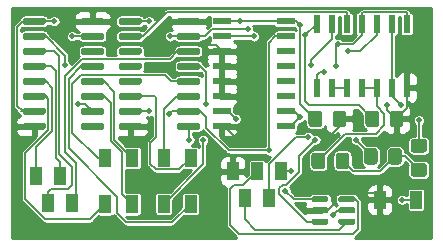
<source format=gtl>
G04 #@! TF.GenerationSoftware,KiCad,Pcbnew,(5.1.7)-1*
G04 #@! TF.CreationDate,2020-11-09T15:11:53-06:00*
G04 #@! TF.ProjectId,snesdecoder,736e6573-6465-4636-9f64-65722e6b6963,v01*
G04 #@! TF.SameCoordinates,Original*
G04 #@! TF.FileFunction,Copper,L1,Top*
G04 #@! TF.FilePolarity,Positive*
%FSLAX46Y46*%
G04 Gerber Fmt 4.6, Leading zero omitted, Abs format (unit mm)*
G04 Created by KiCad (PCBNEW (5.1.7)-1) date 2020-11-09 15:11:53*
%MOMM*%
%LPD*%
G01*
G04 APERTURE LIST*
G04 #@! TA.AperFunction,SMDPad,CuDef*
%ADD10R,0.600000X1.500000*%
G04 #@! TD*
G04 #@! TA.AperFunction,SMDPad,CuDef*
%ADD11R,1.000000X1.500000*%
G04 #@! TD*
G04 #@! TA.AperFunction,SMDPad,CuDef*
%ADD12R,1.500000X0.600000*%
G04 #@! TD*
G04 #@! TA.AperFunction,ViaPad*
%ADD13C,0.508000*%
G04 #@! TD*
G04 #@! TA.AperFunction,Conductor*
%ADD14C,0.152400*%
G04 #@! TD*
G04 #@! TA.AperFunction,Conductor*
%ADD15C,0.254000*%
G04 #@! TD*
G04 #@! TA.AperFunction,Conductor*
%ADD16C,0.100000*%
G04 #@! TD*
G04 APERTURE END LIST*
D10*
X160909000Y-93439000D03*
X162179000Y-93439000D03*
X163449000Y-93439000D03*
X164719000Y-93439000D03*
X165989000Y-93439000D03*
X167259000Y-93439000D03*
X168529000Y-93439000D03*
X168529000Y-98839000D03*
X167259000Y-98839000D03*
X165989000Y-98839000D03*
X164719000Y-98839000D03*
X163449000Y-98839000D03*
X162179000Y-98839000D03*
X160909000Y-98839000D03*
D11*
X157861000Y-105918000D03*
X156845000Y-108204000D03*
X155829000Y-105918000D03*
X154813000Y-108204000D03*
X153797000Y-105918000D03*
G04 #@! TA.AperFunction,SMDPad,CuDef*
G36*
G01*
X162731000Y-108395000D02*
X162731000Y-108145000D01*
G75*
G02*
X162856000Y-108020000I125000J0D01*
G01*
X164031000Y-108020000D01*
G75*
G02*
X164156000Y-108145000I0J-125000D01*
G01*
X164156000Y-108395000D01*
G75*
G02*
X164031000Y-108520000I-125000J0D01*
G01*
X162856000Y-108520000D01*
G75*
G02*
X162731000Y-108395000I0J125000D01*
G01*
G37*
G04 #@! TD.AperFunction*
G04 #@! TA.AperFunction,SMDPad,CuDef*
G36*
G01*
X162731000Y-109345000D02*
X162731000Y-109095000D01*
G75*
G02*
X162856000Y-108970000I125000J0D01*
G01*
X164031000Y-108970000D01*
G75*
G02*
X164156000Y-109095000I0J-125000D01*
G01*
X164156000Y-109345000D01*
G75*
G02*
X164031000Y-109470000I-125000J0D01*
G01*
X162856000Y-109470000D01*
G75*
G02*
X162731000Y-109345000I0J125000D01*
G01*
G37*
G04 #@! TD.AperFunction*
G04 #@! TA.AperFunction,SMDPad,CuDef*
G36*
G01*
X162731000Y-110295000D02*
X162731000Y-110045000D01*
G75*
G02*
X162856000Y-109920000I125000J0D01*
G01*
X164031000Y-109920000D01*
G75*
G02*
X164156000Y-110045000I0J-125000D01*
G01*
X164156000Y-110295000D01*
G75*
G02*
X164031000Y-110420000I-125000J0D01*
G01*
X162856000Y-110420000D01*
G75*
G02*
X162731000Y-110295000I0J125000D01*
G01*
G37*
G04 #@! TD.AperFunction*
G04 #@! TA.AperFunction,SMDPad,CuDef*
G36*
G01*
X160456000Y-110295000D02*
X160456000Y-110045000D01*
G75*
G02*
X160581000Y-109920000I125000J0D01*
G01*
X161756000Y-109920000D01*
G75*
G02*
X161881000Y-110045000I0J-125000D01*
G01*
X161881000Y-110295000D01*
G75*
G02*
X161756000Y-110420000I-125000J0D01*
G01*
X160581000Y-110420000D01*
G75*
G02*
X160456000Y-110295000I0J125000D01*
G01*
G37*
G04 #@! TD.AperFunction*
G04 #@! TA.AperFunction,SMDPad,CuDef*
G36*
G01*
X160456000Y-109345000D02*
X160456000Y-109095000D01*
G75*
G02*
X160581000Y-108970000I125000J0D01*
G01*
X161756000Y-108970000D01*
G75*
G02*
X161881000Y-109095000I0J-125000D01*
G01*
X161881000Y-109345000D01*
G75*
G02*
X161756000Y-109470000I-125000J0D01*
G01*
X160581000Y-109470000D01*
G75*
G02*
X160456000Y-109345000I0J125000D01*
G01*
G37*
G04 #@! TD.AperFunction*
G04 #@! TA.AperFunction,SMDPad,CuDef*
G36*
G01*
X160456000Y-108395000D02*
X160456000Y-108145000D01*
G75*
G02*
X160581000Y-108020000I125000J0D01*
G01*
X161756000Y-108020000D01*
G75*
G02*
X161881000Y-108145000I0J-125000D01*
G01*
X161881000Y-108395000D01*
G75*
G02*
X161756000Y-108520000I-125000J0D01*
G01*
X160581000Y-108520000D01*
G75*
G02*
X160456000Y-108395000I0J125000D01*
G01*
G37*
G04 #@! TD.AperFunction*
X147937001Y-108660000D03*
X150223001Y-108660000D03*
G04 #@! TA.AperFunction,SMDPad,CuDef*
G36*
G01*
X149074000Y-93368000D02*
X149074000Y-93068000D01*
G75*
G02*
X149224000Y-92918000I150000J0D01*
G01*
X150874000Y-92918000D01*
G75*
G02*
X151024000Y-93068000I0J-150000D01*
G01*
X151024000Y-93368000D01*
G75*
G02*
X150874000Y-93518000I-150000J0D01*
G01*
X149224000Y-93518000D01*
G75*
G02*
X149074000Y-93368000I0J150000D01*
G01*
G37*
G04 #@! TD.AperFunction*
G04 #@! TA.AperFunction,SMDPad,CuDef*
G36*
G01*
X149074000Y-94638000D02*
X149074000Y-94338000D01*
G75*
G02*
X149224000Y-94188000I150000J0D01*
G01*
X150874000Y-94188000D01*
G75*
G02*
X151024000Y-94338000I0J-150000D01*
G01*
X151024000Y-94638000D01*
G75*
G02*
X150874000Y-94788000I-150000J0D01*
G01*
X149224000Y-94788000D01*
G75*
G02*
X149074000Y-94638000I0J150000D01*
G01*
G37*
G04 #@! TD.AperFunction*
G04 #@! TA.AperFunction,SMDPad,CuDef*
G36*
G01*
X149074000Y-95908000D02*
X149074000Y-95608000D01*
G75*
G02*
X149224000Y-95458000I150000J0D01*
G01*
X150874000Y-95458000D01*
G75*
G02*
X151024000Y-95608000I0J-150000D01*
G01*
X151024000Y-95908000D01*
G75*
G02*
X150874000Y-96058000I-150000J0D01*
G01*
X149224000Y-96058000D01*
G75*
G02*
X149074000Y-95908000I0J150000D01*
G01*
G37*
G04 #@! TD.AperFunction*
G04 #@! TA.AperFunction,SMDPad,CuDef*
G36*
G01*
X149074000Y-97178000D02*
X149074000Y-96878000D01*
G75*
G02*
X149224000Y-96728000I150000J0D01*
G01*
X150874000Y-96728000D01*
G75*
G02*
X151024000Y-96878000I0J-150000D01*
G01*
X151024000Y-97178000D01*
G75*
G02*
X150874000Y-97328000I-150000J0D01*
G01*
X149224000Y-97328000D01*
G75*
G02*
X149074000Y-97178000I0J150000D01*
G01*
G37*
G04 #@! TD.AperFunction*
G04 #@! TA.AperFunction,SMDPad,CuDef*
G36*
G01*
X149074000Y-98448000D02*
X149074000Y-98148000D01*
G75*
G02*
X149224000Y-97998000I150000J0D01*
G01*
X150874000Y-97998000D01*
G75*
G02*
X151024000Y-98148000I0J-150000D01*
G01*
X151024000Y-98448000D01*
G75*
G02*
X150874000Y-98598000I-150000J0D01*
G01*
X149224000Y-98598000D01*
G75*
G02*
X149074000Y-98448000I0J150000D01*
G01*
G37*
G04 #@! TD.AperFunction*
G04 #@! TA.AperFunction,SMDPad,CuDef*
G36*
G01*
X149074000Y-99718000D02*
X149074000Y-99418000D01*
G75*
G02*
X149224000Y-99268000I150000J0D01*
G01*
X150874000Y-99268000D01*
G75*
G02*
X151024000Y-99418000I0J-150000D01*
G01*
X151024000Y-99718000D01*
G75*
G02*
X150874000Y-99868000I-150000J0D01*
G01*
X149224000Y-99868000D01*
G75*
G02*
X149074000Y-99718000I0J150000D01*
G01*
G37*
G04 #@! TD.AperFunction*
G04 #@! TA.AperFunction,SMDPad,CuDef*
G36*
G01*
X149074000Y-100988000D02*
X149074000Y-100688000D01*
G75*
G02*
X149224000Y-100538000I150000J0D01*
G01*
X150874000Y-100538000D01*
G75*
G02*
X151024000Y-100688000I0J-150000D01*
G01*
X151024000Y-100988000D01*
G75*
G02*
X150874000Y-101138000I-150000J0D01*
G01*
X149224000Y-101138000D01*
G75*
G02*
X149074000Y-100988000I0J150000D01*
G01*
G37*
G04 #@! TD.AperFunction*
G04 #@! TA.AperFunction,SMDPad,CuDef*
G36*
G01*
X149074000Y-102258000D02*
X149074000Y-101958000D01*
G75*
G02*
X149224000Y-101808000I150000J0D01*
G01*
X150874000Y-101808000D01*
G75*
G02*
X151024000Y-101958000I0J-150000D01*
G01*
X151024000Y-102258000D01*
G75*
G02*
X150874000Y-102408000I-150000J0D01*
G01*
X149224000Y-102408000D01*
G75*
G02*
X149074000Y-102258000I0J150000D01*
G01*
G37*
G04 #@! TD.AperFunction*
G04 #@! TA.AperFunction,SMDPad,CuDef*
G36*
G01*
X144124000Y-102258000D02*
X144124000Y-101958000D01*
G75*
G02*
X144274000Y-101808000I150000J0D01*
G01*
X145924000Y-101808000D01*
G75*
G02*
X146074000Y-101958000I0J-150000D01*
G01*
X146074000Y-102258000D01*
G75*
G02*
X145924000Y-102408000I-150000J0D01*
G01*
X144274000Y-102408000D01*
G75*
G02*
X144124000Y-102258000I0J150000D01*
G01*
G37*
G04 #@! TD.AperFunction*
G04 #@! TA.AperFunction,SMDPad,CuDef*
G36*
G01*
X144124000Y-100988000D02*
X144124000Y-100688000D01*
G75*
G02*
X144274000Y-100538000I150000J0D01*
G01*
X145924000Y-100538000D01*
G75*
G02*
X146074000Y-100688000I0J-150000D01*
G01*
X146074000Y-100988000D01*
G75*
G02*
X145924000Y-101138000I-150000J0D01*
G01*
X144274000Y-101138000D01*
G75*
G02*
X144124000Y-100988000I0J150000D01*
G01*
G37*
G04 #@! TD.AperFunction*
G04 #@! TA.AperFunction,SMDPad,CuDef*
G36*
G01*
X144124000Y-99718000D02*
X144124000Y-99418000D01*
G75*
G02*
X144274000Y-99268000I150000J0D01*
G01*
X145924000Y-99268000D01*
G75*
G02*
X146074000Y-99418000I0J-150000D01*
G01*
X146074000Y-99718000D01*
G75*
G02*
X145924000Y-99868000I-150000J0D01*
G01*
X144274000Y-99868000D01*
G75*
G02*
X144124000Y-99718000I0J150000D01*
G01*
G37*
G04 #@! TD.AperFunction*
G04 #@! TA.AperFunction,SMDPad,CuDef*
G36*
G01*
X144124000Y-98448000D02*
X144124000Y-98148000D01*
G75*
G02*
X144274000Y-97998000I150000J0D01*
G01*
X145924000Y-97998000D01*
G75*
G02*
X146074000Y-98148000I0J-150000D01*
G01*
X146074000Y-98448000D01*
G75*
G02*
X145924000Y-98598000I-150000J0D01*
G01*
X144274000Y-98598000D01*
G75*
G02*
X144124000Y-98448000I0J150000D01*
G01*
G37*
G04 #@! TD.AperFunction*
G04 #@! TA.AperFunction,SMDPad,CuDef*
G36*
G01*
X144124000Y-97178000D02*
X144124000Y-96878000D01*
G75*
G02*
X144274000Y-96728000I150000J0D01*
G01*
X145924000Y-96728000D01*
G75*
G02*
X146074000Y-96878000I0J-150000D01*
G01*
X146074000Y-97178000D01*
G75*
G02*
X145924000Y-97328000I-150000J0D01*
G01*
X144274000Y-97328000D01*
G75*
G02*
X144124000Y-97178000I0J150000D01*
G01*
G37*
G04 #@! TD.AperFunction*
G04 #@! TA.AperFunction,SMDPad,CuDef*
G36*
G01*
X144124000Y-95908000D02*
X144124000Y-95608000D01*
G75*
G02*
X144274000Y-95458000I150000J0D01*
G01*
X145924000Y-95458000D01*
G75*
G02*
X146074000Y-95608000I0J-150000D01*
G01*
X146074000Y-95908000D01*
G75*
G02*
X145924000Y-96058000I-150000J0D01*
G01*
X144274000Y-96058000D01*
G75*
G02*
X144124000Y-95908000I0J150000D01*
G01*
G37*
G04 #@! TD.AperFunction*
G04 #@! TA.AperFunction,SMDPad,CuDef*
G36*
G01*
X144124000Y-94638000D02*
X144124000Y-94338000D01*
G75*
G02*
X144274000Y-94188000I150000J0D01*
G01*
X145924000Y-94188000D01*
G75*
G02*
X146074000Y-94338000I0J-150000D01*
G01*
X146074000Y-94638000D01*
G75*
G02*
X145924000Y-94788000I-150000J0D01*
G01*
X144274000Y-94788000D01*
G75*
G02*
X144124000Y-94638000I0J150000D01*
G01*
G37*
G04 #@! TD.AperFunction*
G04 #@! TA.AperFunction,SMDPad,CuDef*
G36*
G01*
X144124000Y-93368000D02*
X144124000Y-93068000D01*
G75*
G02*
X144274000Y-92918000I150000J0D01*
G01*
X145924000Y-92918000D01*
G75*
G02*
X146074000Y-93068000I0J-150000D01*
G01*
X146074000Y-93368000D01*
G75*
G02*
X145924000Y-93518000I-150000J0D01*
G01*
X144274000Y-93518000D01*
G75*
G02*
X144124000Y-93368000I0J150000D01*
G01*
G37*
G04 #@! TD.AperFunction*
G04 #@! TA.AperFunction,SMDPad,CuDef*
G36*
G01*
X169995001Y-104325000D02*
X169094999Y-104325000D01*
G75*
G02*
X168845000Y-104075001I0J249999D01*
G01*
X168845000Y-103424999D01*
G75*
G02*
X169094999Y-103175000I249999J0D01*
G01*
X169995001Y-103175000D01*
G75*
G02*
X170245000Y-103424999I0J-249999D01*
G01*
X170245000Y-104075001D01*
G75*
G02*
X169995001Y-104325000I-249999J0D01*
G01*
G37*
G04 #@! TD.AperFunction*
G04 #@! TA.AperFunction,SMDPad,CuDef*
G36*
G01*
X169995001Y-106375000D02*
X169094999Y-106375000D01*
G75*
G02*
X168845000Y-106125001I0J249999D01*
G01*
X168845000Y-105474999D01*
G75*
G02*
X169094999Y-105225000I249999J0D01*
G01*
X169995001Y-105225000D01*
G75*
G02*
X170245000Y-105474999I0J-249999D01*
G01*
X170245000Y-106125001D01*
G75*
G02*
X169995001Y-106375000I-249999J0D01*
G01*
G37*
G04 #@! TD.AperFunction*
G04 #@! TA.AperFunction,SMDPad,CuDef*
G36*
G01*
X166174000Y-101022999D02*
X166174000Y-101923001D01*
G75*
G02*
X165924001Y-102173000I-249999J0D01*
G01*
X165273999Y-102173000D01*
G75*
G02*
X165024000Y-101923001I0J249999D01*
G01*
X165024000Y-101022999D01*
G75*
G02*
X165273999Y-100773000I249999J0D01*
G01*
X165924001Y-100773000D01*
G75*
G02*
X166174000Y-101022999I0J-249999D01*
G01*
G37*
G04 #@! TD.AperFunction*
G04 #@! TA.AperFunction,SMDPad,CuDef*
G36*
G01*
X168224000Y-101022999D02*
X168224000Y-101923001D01*
G75*
G02*
X167974001Y-102173000I-249999J0D01*
G01*
X167323999Y-102173000D01*
G75*
G02*
X167074000Y-101923001I0J249999D01*
G01*
X167074000Y-101022999D01*
G75*
G02*
X167323999Y-100773000I249999J0D01*
G01*
X167974001Y-100773000D01*
G75*
G02*
X168224000Y-101022999I0J-249999D01*
G01*
G37*
G04 #@! TD.AperFunction*
G04 #@! TA.AperFunction,SMDPad,CuDef*
G36*
G01*
X161348000Y-101022999D02*
X161348000Y-101923001D01*
G75*
G02*
X161098001Y-102173000I-249999J0D01*
G01*
X160447999Y-102173000D01*
G75*
G02*
X160198000Y-101923001I0J249999D01*
G01*
X160198000Y-101022999D01*
G75*
G02*
X160447999Y-100773000I249999J0D01*
G01*
X161098001Y-100773000D01*
G75*
G02*
X161348000Y-101022999I0J-249999D01*
G01*
G37*
G04 #@! TD.AperFunction*
G04 #@! TA.AperFunction,SMDPad,CuDef*
G36*
G01*
X163398000Y-101022999D02*
X163398000Y-101923001D01*
G75*
G02*
X163148001Y-102173000I-249999J0D01*
G01*
X162497999Y-102173000D01*
G75*
G02*
X162248000Y-101923001I0J249999D01*
G01*
X162248000Y-101022999D01*
G75*
G02*
X162497999Y-100773000I249999J0D01*
G01*
X163148001Y-100773000D01*
G75*
G02*
X163398000Y-101022999I0J-249999D01*
G01*
G37*
G04 #@! TD.AperFunction*
G04 #@! TA.AperFunction,SMDPad,CuDef*
G36*
G01*
X162502000Y-105479001D02*
X162502000Y-104578999D01*
G75*
G02*
X162751999Y-104329000I249999J0D01*
G01*
X163402001Y-104329000D01*
G75*
G02*
X163652000Y-104578999I0J-249999D01*
G01*
X163652000Y-105479001D01*
G75*
G02*
X163402001Y-105729000I-249999J0D01*
G01*
X162751999Y-105729000D01*
G75*
G02*
X162502000Y-105479001I0J249999D01*
G01*
G37*
G04 #@! TD.AperFunction*
G04 #@! TA.AperFunction,SMDPad,CuDef*
G36*
G01*
X160452000Y-105479001D02*
X160452000Y-104578999D01*
G75*
G02*
X160701999Y-104329000I249999J0D01*
G01*
X161352001Y-104329000D01*
G75*
G02*
X161602000Y-104578999I0J-249999D01*
G01*
X161602000Y-105479001D01*
G75*
G02*
X161352001Y-105729000I-249999J0D01*
G01*
X160701999Y-105729000D01*
G75*
G02*
X160452000Y-105479001I0J249999D01*
G01*
G37*
G04 #@! TD.AperFunction*
X147937001Y-104780000D03*
X150223001Y-104780000D03*
X143002000Y-104775000D03*
X145288000Y-104775000D03*
D12*
X158275000Y-93218000D03*
X158275000Y-94488000D03*
X158275000Y-95758000D03*
X158275000Y-97028000D03*
X158275000Y-98298000D03*
X158275000Y-99568000D03*
X158275000Y-100838000D03*
X158275000Y-102108000D03*
X152875000Y-102108000D03*
X152875000Y-100838000D03*
X152875000Y-99568000D03*
X152875000Y-98298000D03*
X152875000Y-97028000D03*
X152875000Y-95758000D03*
X152875000Y-94488000D03*
X152875000Y-93218000D03*
G04 #@! TA.AperFunction,SMDPad,CuDef*
G36*
G01*
X140946000Y-93368000D02*
X140946000Y-93068000D01*
G75*
G02*
X141096000Y-92918000I150000J0D01*
G01*
X142746000Y-92918000D01*
G75*
G02*
X142896000Y-93068000I0J-150000D01*
G01*
X142896000Y-93368000D01*
G75*
G02*
X142746000Y-93518000I-150000J0D01*
G01*
X141096000Y-93518000D01*
G75*
G02*
X140946000Y-93368000I0J150000D01*
G01*
G37*
G04 #@! TD.AperFunction*
G04 #@! TA.AperFunction,SMDPad,CuDef*
G36*
G01*
X140946000Y-94638000D02*
X140946000Y-94338000D01*
G75*
G02*
X141096000Y-94188000I150000J0D01*
G01*
X142746000Y-94188000D01*
G75*
G02*
X142896000Y-94338000I0J-150000D01*
G01*
X142896000Y-94638000D01*
G75*
G02*
X142746000Y-94788000I-150000J0D01*
G01*
X141096000Y-94788000D01*
G75*
G02*
X140946000Y-94638000I0J150000D01*
G01*
G37*
G04 #@! TD.AperFunction*
G04 #@! TA.AperFunction,SMDPad,CuDef*
G36*
G01*
X140946000Y-95908000D02*
X140946000Y-95608000D01*
G75*
G02*
X141096000Y-95458000I150000J0D01*
G01*
X142746000Y-95458000D01*
G75*
G02*
X142896000Y-95608000I0J-150000D01*
G01*
X142896000Y-95908000D01*
G75*
G02*
X142746000Y-96058000I-150000J0D01*
G01*
X141096000Y-96058000D01*
G75*
G02*
X140946000Y-95908000I0J150000D01*
G01*
G37*
G04 #@! TD.AperFunction*
G04 #@! TA.AperFunction,SMDPad,CuDef*
G36*
G01*
X140946000Y-97178000D02*
X140946000Y-96878000D01*
G75*
G02*
X141096000Y-96728000I150000J0D01*
G01*
X142746000Y-96728000D01*
G75*
G02*
X142896000Y-96878000I0J-150000D01*
G01*
X142896000Y-97178000D01*
G75*
G02*
X142746000Y-97328000I-150000J0D01*
G01*
X141096000Y-97328000D01*
G75*
G02*
X140946000Y-97178000I0J150000D01*
G01*
G37*
G04 #@! TD.AperFunction*
G04 #@! TA.AperFunction,SMDPad,CuDef*
G36*
G01*
X140946000Y-98448000D02*
X140946000Y-98148000D01*
G75*
G02*
X141096000Y-97998000I150000J0D01*
G01*
X142746000Y-97998000D01*
G75*
G02*
X142896000Y-98148000I0J-150000D01*
G01*
X142896000Y-98448000D01*
G75*
G02*
X142746000Y-98598000I-150000J0D01*
G01*
X141096000Y-98598000D01*
G75*
G02*
X140946000Y-98448000I0J150000D01*
G01*
G37*
G04 #@! TD.AperFunction*
G04 #@! TA.AperFunction,SMDPad,CuDef*
G36*
G01*
X140946000Y-99718000D02*
X140946000Y-99418000D01*
G75*
G02*
X141096000Y-99268000I150000J0D01*
G01*
X142746000Y-99268000D01*
G75*
G02*
X142896000Y-99418000I0J-150000D01*
G01*
X142896000Y-99718000D01*
G75*
G02*
X142746000Y-99868000I-150000J0D01*
G01*
X141096000Y-99868000D01*
G75*
G02*
X140946000Y-99718000I0J150000D01*
G01*
G37*
G04 #@! TD.AperFunction*
G04 #@! TA.AperFunction,SMDPad,CuDef*
G36*
G01*
X140946000Y-100988000D02*
X140946000Y-100688000D01*
G75*
G02*
X141096000Y-100538000I150000J0D01*
G01*
X142746000Y-100538000D01*
G75*
G02*
X142896000Y-100688000I0J-150000D01*
G01*
X142896000Y-100988000D01*
G75*
G02*
X142746000Y-101138000I-150000J0D01*
G01*
X141096000Y-101138000D01*
G75*
G02*
X140946000Y-100988000I0J150000D01*
G01*
G37*
G04 #@! TD.AperFunction*
G04 #@! TA.AperFunction,SMDPad,CuDef*
G36*
G01*
X140946000Y-102258000D02*
X140946000Y-101958000D01*
G75*
G02*
X141096000Y-101808000I150000J0D01*
G01*
X142746000Y-101808000D01*
G75*
G02*
X142896000Y-101958000I0J-150000D01*
G01*
X142896000Y-102258000D01*
G75*
G02*
X142746000Y-102408000I-150000J0D01*
G01*
X141096000Y-102408000D01*
G75*
G02*
X140946000Y-102258000I0J150000D01*
G01*
G37*
G04 #@! TD.AperFunction*
G04 #@! TA.AperFunction,SMDPad,CuDef*
G36*
G01*
X135996000Y-102258000D02*
X135996000Y-101958000D01*
G75*
G02*
X136146000Y-101808000I150000J0D01*
G01*
X137796000Y-101808000D01*
G75*
G02*
X137946000Y-101958000I0J-150000D01*
G01*
X137946000Y-102258000D01*
G75*
G02*
X137796000Y-102408000I-150000J0D01*
G01*
X136146000Y-102408000D01*
G75*
G02*
X135996000Y-102258000I0J150000D01*
G01*
G37*
G04 #@! TD.AperFunction*
G04 #@! TA.AperFunction,SMDPad,CuDef*
G36*
G01*
X135996000Y-100988000D02*
X135996000Y-100688000D01*
G75*
G02*
X136146000Y-100538000I150000J0D01*
G01*
X137796000Y-100538000D01*
G75*
G02*
X137946000Y-100688000I0J-150000D01*
G01*
X137946000Y-100988000D01*
G75*
G02*
X137796000Y-101138000I-150000J0D01*
G01*
X136146000Y-101138000D01*
G75*
G02*
X135996000Y-100988000I0J150000D01*
G01*
G37*
G04 #@! TD.AperFunction*
G04 #@! TA.AperFunction,SMDPad,CuDef*
G36*
G01*
X135996000Y-99718000D02*
X135996000Y-99418000D01*
G75*
G02*
X136146000Y-99268000I150000J0D01*
G01*
X137796000Y-99268000D01*
G75*
G02*
X137946000Y-99418000I0J-150000D01*
G01*
X137946000Y-99718000D01*
G75*
G02*
X137796000Y-99868000I-150000J0D01*
G01*
X136146000Y-99868000D01*
G75*
G02*
X135996000Y-99718000I0J150000D01*
G01*
G37*
G04 #@! TD.AperFunction*
G04 #@! TA.AperFunction,SMDPad,CuDef*
G36*
G01*
X135996000Y-98448000D02*
X135996000Y-98148000D01*
G75*
G02*
X136146000Y-97998000I150000J0D01*
G01*
X137796000Y-97998000D01*
G75*
G02*
X137946000Y-98148000I0J-150000D01*
G01*
X137946000Y-98448000D01*
G75*
G02*
X137796000Y-98598000I-150000J0D01*
G01*
X136146000Y-98598000D01*
G75*
G02*
X135996000Y-98448000I0J150000D01*
G01*
G37*
G04 #@! TD.AperFunction*
G04 #@! TA.AperFunction,SMDPad,CuDef*
G36*
G01*
X135996000Y-97178000D02*
X135996000Y-96878000D01*
G75*
G02*
X136146000Y-96728000I150000J0D01*
G01*
X137796000Y-96728000D01*
G75*
G02*
X137946000Y-96878000I0J-150000D01*
G01*
X137946000Y-97178000D01*
G75*
G02*
X137796000Y-97328000I-150000J0D01*
G01*
X136146000Y-97328000D01*
G75*
G02*
X135996000Y-97178000I0J150000D01*
G01*
G37*
G04 #@! TD.AperFunction*
G04 #@! TA.AperFunction,SMDPad,CuDef*
G36*
G01*
X135996000Y-95908000D02*
X135996000Y-95608000D01*
G75*
G02*
X136146000Y-95458000I150000J0D01*
G01*
X137796000Y-95458000D01*
G75*
G02*
X137946000Y-95608000I0J-150000D01*
G01*
X137946000Y-95908000D01*
G75*
G02*
X137796000Y-96058000I-150000J0D01*
G01*
X136146000Y-96058000D01*
G75*
G02*
X135996000Y-95908000I0J150000D01*
G01*
G37*
G04 #@! TD.AperFunction*
G04 #@! TA.AperFunction,SMDPad,CuDef*
G36*
G01*
X135996000Y-94638000D02*
X135996000Y-94338000D01*
G75*
G02*
X136146000Y-94188000I150000J0D01*
G01*
X137796000Y-94188000D01*
G75*
G02*
X137946000Y-94338000I0J-150000D01*
G01*
X137946000Y-94638000D01*
G75*
G02*
X137796000Y-94788000I-150000J0D01*
G01*
X136146000Y-94788000D01*
G75*
G02*
X135996000Y-94638000I0J150000D01*
G01*
G37*
G04 #@! TD.AperFunction*
G04 #@! TA.AperFunction,SMDPad,CuDef*
G36*
G01*
X135996000Y-93368000D02*
X135996000Y-93068000D01*
G75*
G02*
X136146000Y-92918000I150000J0D01*
G01*
X137796000Y-92918000D01*
G75*
G02*
X137946000Y-93068000I0J-150000D01*
G01*
X137946000Y-93368000D01*
G75*
G02*
X137796000Y-93518000I-150000J0D01*
G01*
X136146000Y-93518000D01*
G75*
G02*
X135996000Y-93368000I0J150000D01*
G01*
G37*
G04 #@! TD.AperFunction*
D11*
X137160000Y-106299000D03*
X138176000Y-108585000D03*
X139192000Y-106299000D03*
X140208000Y-108585000D03*
X143002000Y-108712000D03*
X145288000Y-108712000D03*
X166243000Y-108331000D03*
X169291000Y-108331000D03*
G04 #@! TA.AperFunction,SMDPad,CuDef*
G36*
G01*
X168097000Y-104197999D02*
X168097000Y-105098001D01*
G75*
G02*
X167847001Y-105348000I-249999J0D01*
G01*
X167196999Y-105348000D01*
G75*
G02*
X166947000Y-105098001I0J249999D01*
G01*
X166947000Y-104197999D01*
G75*
G02*
X167196999Y-103948000I249999J0D01*
G01*
X167847001Y-103948000D01*
G75*
G02*
X168097000Y-104197999I0J-249999D01*
G01*
G37*
G04 #@! TD.AperFunction*
G04 #@! TA.AperFunction,SMDPad,CuDef*
G36*
G01*
X166047000Y-104197999D02*
X166047000Y-105098001D01*
G75*
G02*
X165797001Y-105348000I-249999J0D01*
G01*
X165146999Y-105348000D01*
G75*
G02*
X164897000Y-105098001I0J249999D01*
G01*
X164897000Y-104197999D01*
G75*
G02*
X165146999Y-103948000I249999J0D01*
G01*
X165797001Y-103948000D01*
G75*
G02*
X166047000Y-104197999I0J-249999D01*
G01*
G37*
G04 #@! TD.AperFunction*
D13*
X160401000Y-96901000D03*
X160147000Y-102997000D03*
X154025590Y-101473000D03*
X154432000Y-93218000D03*
X159512000Y-101346000D03*
X158750000Y-105918000D03*
X159512000Y-93552600D03*
X159940000Y-94408000D03*
X168148000Y-108331000D03*
X138684000Y-93218000D03*
X146685000Y-100838000D03*
X146685000Y-93218000D03*
X162306000Y-109601000D03*
X151282400Y-103251000D03*
X151511000Y-100203000D03*
X164211000Y-103251000D03*
X161544000Y-97536000D03*
X169545000Y-101600000D03*
X168021000Y-100330000D03*
X148463000Y-94488000D03*
X140208000Y-94488000D03*
X163576000Y-95758000D03*
X155067000Y-93853000D03*
X139571640Y-96954084D03*
X150114000Y-103251000D03*
X162687000Y-95123000D03*
X155575000Y-94488000D03*
X162560000Y-97028000D03*
X160782000Y-103251000D03*
X148419601Y-101092000D03*
X140690600Y-100203000D03*
X158242000Y-107569000D03*
X156845000Y-104140000D03*
X154051000Y-103124000D03*
X154305000Y-100711000D03*
X164211000Y-101473000D03*
X166878000Y-100330000D03*
D14*
X164719000Y-98839000D02*
X165989000Y-98839000D01*
X163287601Y-102768399D02*
X165887399Y-102768399D01*
X161027000Y-105029000D02*
X163287601Y-102768399D01*
X165887399Y-102768399D02*
X166624000Y-102031798D01*
X166624000Y-101046142D02*
X165989000Y-100411142D01*
X166624000Y-102031798D02*
X166624000Y-101046142D01*
X165989000Y-100411142D02*
X165989000Y-98839000D01*
X163443500Y-110170000D02*
X162742500Y-110871000D01*
X162742500Y-110871000D02*
X155702000Y-110871000D01*
X154813000Y-109982000D02*
X154813000Y-108204000D01*
X155702000Y-110871000D02*
X154813000Y-109982000D01*
X164384610Y-110824390D02*
X163957000Y-111252000D01*
X164384610Y-108498610D02*
X164384610Y-110824390D01*
X164156000Y-108270000D02*
X164384610Y-108498610D01*
X163443500Y-108270000D02*
X164156000Y-108270000D01*
X163957000Y-111252000D02*
X154305000Y-111252000D01*
X154305000Y-111252000D02*
X153543000Y-110490000D01*
X153543000Y-110490000D02*
X153543000Y-107442000D01*
X153543000Y-107442000D02*
X153924000Y-107061000D01*
X154686000Y-107061000D02*
X155829000Y-105918000D01*
X153924000Y-107061000D02*
X154686000Y-107061000D01*
X162179000Y-93439000D02*
X162179000Y-94742000D01*
X160401000Y-96520000D02*
X160401000Y-96901000D01*
X162179000Y-94742000D02*
X160401000Y-96520000D01*
X156845000Y-105272518D02*
X156845000Y-108204000D01*
X159120518Y-102997000D02*
X156845000Y-105272518D01*
X160147000Y-102997000D02*
X159120518Y-102997000D01*
X136971000Y-100838000D02*
X135890000Y-100838000D01*
X153390590Y-100838000D02*
X154025590Y-101473000D01*
X152875000Y-100838000D02*
X153390590Y-100838000D01*
X158275000Y-93218000D02*
X154432000Y-93218000D01*
X154432000Y-93218000D02*
X152875000Y-93218000D01*
X159004000Y-100838000D02*
X159512000Y-101346000D01*
X158275000Y-100838000D02*
X159004000Y-100838000D01*
X158750000Y-102108000D02*
X158275000Y-102108000D01*
X159512000Y-101346000D02*
X158750000Y-102108000D01*
X157861000Y-105918000D02*
X158750000Y-105918000D01*
X160274000Y-100330000D02*
X159893000Y-99949000D01*
X164456000Y-100330000D02*
X160274000Y-100330000D01*
X159893000Y-99949000D02*
X159893000Y-94455000D01*
X165599000Y-101473000D02*
X164456000Y-100330000D01*
X160773000Y-101473000D02*
X159512000Y-100212000D01*
X159177400Y-93218000D02*
X158275000Y-93218000D01*
X159512000Y-93552600D02*
X159177400Y-93218000D01*
X159512000Y-100212000D02*
X159512000Y-93552600D01*
X159893000Y-94455000D02*
X159940000Y-94408000D01*
X159940000Y-94408000D02*
X160909000Y-93439000D01*
X169291000Y-108331000D02*
X168148000Y-108331000D01*
X136971000Y-93218000D02*
X138684000Y-93218000D01*
X145099000Y-100838000D02*
X145288000Y-100838000D01*
X145288000Y-100838000D02*
X146685000Y-100838000D01*
X135996000Y-100838000D02*
X135509000Y-100351000D01*
X136971000Y-100838000D02*
X135996000Y-100838000D01*
X135996000Y-93218000D02*
X136971000Y-93218000D01*
X135509000Y-93705000D02*
X135996000Y-93218000D01*
X135509000Y-100351000D02*
X135509000Y-93705000D01*
X145099000Y-93218000D02*
X146685000Y-93218000D01*
X162687000Y-109220000D02*
X162306000Y-109601000D01*
X163443500Y-109220000D02*
X162687000Y-109220000D01*
X137946000Y-98298000D02*
X136971000Y-98298000D01*
X138479420Y-98831420D02*
X137946000Y-98298000D01*
X138479420Y-102541082D02*
X138479420Y-98831420D01*
X137160000Y-103860502D02*
X138479420Y-102541082D01*
X137160000Y-106299000D02*
X137160000Y-103860502D01*
X138684000Y-95758000D02*
X136971000Y-95758000D01*
X139089040Y-96163040D02*
X138684000Y-95758000D01*
X140208000Y-105537000D02*
X139089040Y-104418040D01*
X139089040Y-104418040D02*
X139089040Y-96163040D01*
X139827000Y-107442000D02*
X140208000Y-107061000D01*
X138416600Y-107442000D02*
X139827000Y-107442000D01*
X140208000Y-107061000D02*
X140208000Y-105537000D01*
X138176000Y-107682600D02*
X138416600Y-107442000D01*
X138176000Y-108585000D02*
X138176000Y-107682600D01*
X139192000Y-106299000D02*
X139192000Y-105156000D01*
X139192000Y-105156000D02*
X138784230Y-104748230D01*
X138784230Y-104748230D02*
X138784230Y-97382230D01*
X138430000Y-97028000D02*
X136971000Y-97028000D01*
X138784230Y-97382230D02*
X138430000Y-97028000D01*
X149074000Y-95758000D02*
X148439000Y-96393000D01*
X150049000Y-95758000D02*
X149074000Y-95758000D01*
X139598381Y-97840183D02*
X139598381Y-104292381D01*
X141045564Y-96393000D02*
X139598381Y-97840183D01*
X148439000Y-96393000D02*
X141045564Y-96393000D01*
X140512809Y-108280191D02*
X140208000Y-108585000D01*
X140512809Y-105206809D02*
X140512809Y-108280191D01*
X139598381Y-104292381D02*
X140512809Y-105206809D01*
X150223001Y-108660000D02*
X148647001Y-110236000D01*
X144780000Y-110236000D02*
X144018000Y-109474000D01*
X148647001Y-110236000D02*
X144780000Y-110236000D01*
X140946000Y-97028000D02*
X141921000Y-97028000D01*
X139903190Y-103951708D02*
X139903190Y-98070810D01*
X144018000Y-108066518D02*
X139903190Y-103951708D01*
X139903190Y-98070810D02*
X140946000Y-97028000D01*
X144018000Y-109474000D02*
X144018000Y-108066518D01*
X151282400Y-105314601D02*
X151282400Y-103251000D01*
X147937001Y-108660000D02*
X151282400Y-105314601D01*
X151024000Y-97028000D02*
X150049000Y-97028000D01*
X151511000Y-97515000D02*
X151024000Y-97028000D01*
X151511000Y-100203000D02*
X151511000Y-97515000D01*
X142896000Y-98298000D02*
X143764000Y-99166000D01*
X141921000Y-98298000D02*
X142896000Y-98298000D01*
X143764000Y-103251000D02*
X145288000Y-104775000D01*
X143764000Y-99166000D02*
X143764000Y-103251000D01*
X143002000Y-104775000D02*
X143002000Y-105283000D01*
X140939174Y-97769390D02*
X148061390Y-97769390D01*
X140208000Y-98500564D02*
X140939174Y-97769390D01*
X140208000Y-102644276D02*
X140208000Y-98500564D01*
X142338724Y-104775000D02*
X140208000Y-102644276D01*
X143002000Y-104775000D02*
X142338724Y-104775000D01*
X148590000Y-98298000D02*
X150049000Y-98298000D01*
X148061390Y-97769390D02*
X148590000Y-98298000D01*
X145288000Y-108712000D02*
X144399000Y-107823000D01*
X144399000Y-104317066D02*
X143459190Y-103377256D01*
X144399000Y-107823000D02*
X144399000Y-104317066D01*
X142896000Y-99568000D02*
X141921000Y-99568000D01*
X143459190Y-100131190D02*
X142896000Y-99568000D01*
X143459190Y-103377256D02*
X143459190Y-100131190D01*
X138174610Y-102414826D02*
X136195436Y-104394000D01*
X138174610Y-99796610D02*
X138174610Y-102414826D01*
X137946000Y-99568000D02*
X138174610Y-99796610D01*
X136971000Y-99568000D02*
X137946000Y-99568000D01*
X136195436Y-108265918D02*
X137911518Y-109982000D01*
X136195436Y-104394000D02*
X136195436Y-108265918D01*
X141732000Y-109982000D02*
X143002000Y-108712000D01*
X137911518Y-109982000D02*
X141732000Y-109982000D01*
X147254120Y-105758601D02*
X146812000Y-105316481D01*
X149244400Y-105758601D02*
X147254120Y-105758601D01*
X150223001Y-104780000D02*
X149244400Y-105758601D01*
X146812000Y-103505000D02*
X147320000Y-102997000D01*
X146812000Y-105316481D02*
X146812000Y-103505000D01*
X147320000Y-102997000D02*
X147320000Y-99695000D01*
X147193000Y-99568000D02*
X145099000Y-99568000D01*
X147320000Y-99695000D02*
X147193000Y-99568000D01*
X149042250Y-99568000D02*
X150049000Y-99568000D01*
X147937001Y-100673249D02*
X149042250Y-99568000D01*
X147937001Y-104780000D02*
X147937001Y-100673249D01*
X165472000Y-104512000D02*
X164211000Y-103251000D01*
X165472000Y-104648000D02*
X165472000Y-104512000D01*
X161544000Y-97536000D02*
X161163000Y-97536000D01*
X160909000Y-97790000D02*
X160909000Y-98839000D01*
X161163000Y-97536000D02*
X160909000Y-97790000D01*
X167259000Y-98839000D02*
X167259000Y-93439000D01*
X169545000Y-103750000D02*
X169545000Y-101600000D01*
X167259000Y-99568000D02*
X167259000Y-98839000D01*
X168021000Y-100330000D02*
X167259000Y-99568000D01*
X150049000Y-94488000D02*
X148463000Y-94488000D01*
X140208000Y-94488000D02*
X141921000Y-94488000D01*
X151413518Y-94488000D02*
X150049000Y-94488000D01*
X155067000Y-93853000D02*
X152048518Y-93853000D01*
X152048518Y-93853000D02*
X151413518Y-94488000D01*
X165989000Y-93439000D02*
X165989000Y-94341400D01*
X165989000Y-94341400D02*
X164572400Y-95758000D01*
X163576000Y-95758000D02*
X164572400Y-95758000D01*
X163372799Y-92460399D02*
X148204601Y-92460399D01*
X163449000Y-92536600D02*
X163372799Y-92460399D01*
X163449000Y-93439000D02*
X163449000Y-92536600D01*
X146177000Y-94488000D02*
X145099000Y-94488000D01*
X148204601Y-92460399D02*
X146177000Y-94488000D01*
X137946000Y-94488000D02*
X136971000Y-94488000D01*
X139571640Y-96113640D02*
X137946000Y-94488000D01*
X139571640Y-96954084D02*
X139571640Y-96113640D01*
X150049000Y-103186000D02*
X150114000Y-103251000D01*
X150049000Y-102108000D02*
X150049000Y-103186000D01*
X168393000Y-104648000D02*
X169545000Y-105800000D01*
X167522000Y-104648000D02*
X168393000Y-104648000D01*
X163077000Y-105029000D02*
X163966000Y-105918000D01*
X166252000Y-105918000D02*
X167522000Y-104648000D01*
X163966000Y-105918000D02*
X166252000Y-105918000D01*
X162179000Y-98839000D02*
X163449000Y-98839000D01*
X155575000Y-94488000D02*
X152875000Y-94488000D01*
X164719000Y-94341400D02*
X163937400Y-95123000D01*
X164719000Y-94341400D02*
X164719000Y-93439000D01*
X163937400Y-95123000D02*
X162687000Y-95123000D01*
X164795201Y-92460399D02*
X164719000Y-92536600D01*
X168452799Y-92460399D02*
X164795201Y-92460399D01*
X168529000Y-92536600D02*
X168452799Y-92460399D01*
X164719000Y-92536600D02*
X164719000Y-93439000D01*
X168529000Y-93439000D02*
X168529000Y-92536600D01*
X162560000Y-95250000D02*
X162687000Y-95123000D01*
X162560000Y-97028000D02*
X162560000Y-95250000D01*
X158295851Y-107086399D02*
X159385000Y-105997250D01*
X158010351Y-107086399D02*
X158295851Y-107086399D01*
X157734000Y-107823000D02*
X157734000Y-107362750D01*
X160081000Y-110170000D02*
X157734000Y-107823000D01*
X157734000Y-107362750D02*
X158010351Y-107086399D01*
X161168500Y-110170000D02*
X160081000Y-110170000D01*
X159385000Y-104648000D02*
X160782000Y-103251000D01*
X159385000Y-105997250D02*
X159385000Y-104648000D01*
X140690600Y-100203000D02*
X141286000Y-100203000D01*
X141286000Y-100203000D02*
X141921000Y-100838000D01*
X148673601Y-100838000D02*
X148419601Y-101092000D01*
X150049000Y-100838000D02*
X148673601Y-100838000D01*
X158943000Y-108270000D02*
X158242000Y-107569000D01*
X161168500Y-108270000D02*
X158943000Y-108270000D01*
X157372600Y-94488000D02*
X158275000Y-94488000D01*
X156845000Y-95015600D02*
X157372600Y-94488000D01*
X156845000Y-104140000D02*
X156845000Y-95015600D01*
X153445518Y-104140000D02*
X151511000Y-102205482D01*
X156845000Y-104140000D02*
X153445518Y-104140000D01*
X151024000Y-100838000D02*
X150049000Y-100838000D01*
X151511000Y-101325000D02*
X151024000Y-100838000D01*
X151511000Y-102205482D02*
X151511000Y-101325000D01*
X168656000Y-98966000D02*
X168529000Y-98839000D01*
X152346390Y-95229390D02*
X152875000Y-95758000D01*
X148490140Y-95229390D02*
X152346390Y-95229390D01*
X147980399Y-94256351D02*
X147980399Y-94719649D01*
X149018750Y-93218000D02*
X147980399Y-94256351D01*
X150049000Y-93218000D02*
X149018750Y-93218000D01*
X147980399Y-94719649D02*
X148490140Y-95229390D01*
X153035000Y-102108000D02*
X154051000Y-103124000D01*
X152875000Y-102108000D02*
X153035000Y-102108000D01*
X161881000Y-109220000D02*
X162306000Y-108795000D01*
X161168500Y-109220000D02*
X161881000Y-109220000D01*
X165703390Y-107791390D02*
X166243000Y-108331000D01*
X162306000Y-108194918D02*
X162709528Y-107791390D01*
X162306000Y-108795000D02*
X162306000Y-108194918D01*
X160503752Y-104100390D02*
X159766000Y-104838142D01*
X160895610Y-104100390D02*
X160503752Y-104100390D01*
X162823000Y-102173000D02*
X160895610Y-104100390D01*
X162823000Y-101473000D02*
X162823000Y-102173000D01*
X161902472Y-107791390D02*
X163036390Y-107791390D01*
X159766000Y-105654918D02*
X161902472Y-107791390D01*
X159766000Y-104838142D02*
X159766000Y-105654918D01*
X163036390Y-107791390D02*
X165703390Y-107791390D01*
X162709528Y-107791390D02*
X163036390Y-107791390D01*
X168529000Y-100593000D02*
X168529000Y-98839000D01*
X167649000Y-101473000D02*
X168529000Y-100593000D01*
X162823000Y-101473000D02*
X164211000Y-101473000D01*
X166878000Y-100702000D02*
X167649000Y-101473000D01*
X166878000Y-100330000D02*
X166878000Y-100702000D01*
D15*
X170587601Y-111532600D02*
X164175622Y-111532600D01*
X164209663Y-111504663D01*
X164220799Y-111491094D01*
X164623709Y-111088184D01*
X164637273Y-111077053D01*
X164681711Y-111022906D01*
X164714731Y-110961130D01*
X164728896Y-110914434D01*
X164735064Y-110894101D01*
X164737339Y-110871000D01*
X164740210Y-110841853D01*
X164740210Y-110841846D01*
X164741929Y-110824390D01*
X164740210Y-110806935D01*
X164740210Y-109081000D01*
X165104928Y-109081000D01*
X165117188Y-109205482D01*
X165153498Y-109325180D01*
X165212463Y-109435494D01*
X165291815Y-109532185D01*
X165388506Y-109611537D01*
X165498820Y-109670502D01*
X165618518Y-109706812D01*
X165743000Y-109719072D01*
X165957250Y-109716000D01*
X166116000Y-109557250D01*
X166116000Y-108458000D01*
X166370000Y-108458000D01*
X166370000Y-109557250D01*
X166528750Y-109716000D01*
X166743000Y-109719072D01*
X166867482Y-109706812D01*
X166987180Y-109670502D01*
X167097494Y-109611537D01*
X167194185Y-109532185D01*
X167273537Y-109435494D01*
X167332502Y-109325180D01*
X167368812Y-109205482D01*
X167381072Y-109081000D01*
X167378000Y-108616750D01*
X167219250Y-108458000D01*
X166370000Y-108458000D01*
X166116000Y-108458000D01*
X165266750Y-108458000D01*
X165108000Y-108616750D01*
X165104928Y-109081000D01*
X164740210Y-109081000D01*
X164740210Y-108516062D01*
X164741929Y-108498609D01*
X164740210Y-108481156D01*
X164740210Y-108481147D01*
X164735064Y-108428900D01*
X164714731Y-108361870D01*
X164681711Y-108300094D01*
X164676103Y-108293261D01*
X164663961Y-108278465D01*
X167614600Y-108278465D01*
X167614600Y-108383535D01*
X167635098Y-108486587D01*
X167675307Y-108583660D01*
X167733681Y-108671023D01*
X167807977Y-108745319D01*
X167895340Y-108803693D01*
X167992413Y-108843902D01*
X168095465Y-108864400D01*
X168200535Y-108864400D01*
X168303587Y-108843902D01*
X168400660Y-108803693D01*
X168488023Y-108745319D01*
X168510249Y-108723093D01*
X168510249Y-109081000D01*
X168515644Y-109135772D01*
X168531620Y-109188439D01*
X168557564Y-109236977D01*
X168592479Y-109279521D01*
X168635023Y-109314436D01*
X168683561Y-109340380D01*
X168736228Y-109356356D01*
X168791000Y-109361751D01*
X169791000Y-109361751D01*
X169845772Y-109356356D01*
X169898439Y-109340380D01*
X169946977Y-109314436D01*
X169989521Y-109279521D01*
X170024436Y-109236977D01*
X170050380Y-109188439D01*
X170066356Y-109135772D01*
X170071751Y-109081000D01*
X170071751Y-107581000D01*
X170066356Y-107526228D01*
X170050380Y-107473561D01*
X170024436Y-107425023D01*
X169989521Y-107382479D01*
X169946977Y-107347564D01*
X169898439Y-107321620D01*
X169845772Y-107305644D01*
X169791000Y-107300249D01*
X168791000Y-107300249D01*
X168736228Y-107305644D01*
X168683561Y-107321620D01*
X168635023Y-107347564D01*
X168592479Y-107382479D01*
X168557564Y-107425023D01*
X168531620Y-107473561D01*
X168515644Y-107526228D01*
X168510249Y-107581000D01*
X168510249Y-107938907D01*
X168488023Y-107916681D01*
X168400660Y-107858307D01*
X168303587Y-107818098D01*
X168200535Y-107797600D01*
X168095465Y-107797600D01*
X167992413Y-107818098D01*
X167895340Y-107858307D01*
X167807977Y-107916681D01*
X167733681Y-107990977D01*
X167675307Y-108078340D01*
X167635098Y-108175413D01*
X167614600Y-108278465D01*
X164663961Y-108278465D01*
X164648405Y-108259511D01*
X164648400Y-108259506D01*
X164637272Y-108245947D01*
X164623714Y-108234820D01*
X164419798Y-108030905D01*
X164417512Y-108028119D01*
X164405865Y-107989726D01*
X164368370Y-107919577D01*
X164317909Y-107858091D01*
X164256423Y-107807630D01*
X164186274Y-107770135D01*
X164110158Y-107747045D01*
X164031000Y-107739249D01*
X162856000Y-107739249D01*
X162776842Y-107747045D01*
X162700726Y-107770135D01*
X162630577Y-107807630D01*
X162569091Y-107858091D01*
X162518630Y-107919577D01*
X162481135Y-107989726D01*
X162458045Y-108065842D01*
X162450249Y-108145000D01*
X162450249Y-108395000D01*
X162458045Y-108474158D01*
X162481135Y-108550274D01*
X162518630Y-108620423D01*
X162569091Y-108681909D01*
X162630577Y-108732370D01*
X162654206Y-108745000D01*
X162630577Y-108757630D01*
X162569091Y-108808091D01*
X162518630Y-108869577D01*
X162510218Y-108885315D01*
X162504819Y-108835889D01*
X162466669Y-108716765D01*
X162406011Y-108607372D01*
X162325178Y-108511915D01*
X162227276Y-108434062D01*
X162161252Y-108400069D01*
X162161751Y-108395000D01*
X162161751Y-108145000D01*
X162153955Y-108065842D01*
X162130865Y-107989726D01*
X162093370Y-107919577D01*
X162042909Y-107858091D01*
X161981423Y-107807630D01*
X161911274Y-107770135D01*
X161835158Y-107747045D01*
X161756000Y-107739249D01*
X160581000Y-107739249D01*
X160501842Y-107747045D01*
X160425726Y-107770135D01*
X160355577Y-107807630D01*
X160294091Y-107858091D01*
X160247879Y-107914400D01*
X159090294Y-107914400D01*
X158775400Y-107599507D01*
X158775400Y-107581000D01*
X165104928Y-107581000D01*
X165108000Y-108045250D01*
X165266750Y-108204000D01*
X166116000Y-108204000D01*
X166116000Y-107104750D01*
X166370000Y-107104750D01*
X166370000Y-108204000D01*
X167219250Y-108204000D01*
X167378000Y-108045250D01*
X167381072Y-107581000D01*
X167368812Y-107456518D01*
X167332502Y-107336820D01*
X167273537Y-107226506D01*
X167194185Y-107129815D01*
X167097494Y-107050463D01*
X166987180Y-106991498D01*
X166867482Y-106955188D01*
X166743000Y-106942928D01*
X166528750Y-106946000D01*
X166370000Y-107104750D01*
X166116000Y-107104750D01*
X165957250Y-106946000D01*
X165743000Y-106942928D01*
X165618518Y-106955188D01*
X165498820Y-106991498D01*
X165388506Y-107050463D01*
X165291815Y-107129815D01*
X165212463Y-107226506D01*
X165153498Y-107336820D01*
X165117188Y-107456518D01*
X165104928Y-107581000D01*
X158775400Y-107581000D01*
X158775400Y-107516465D01*
X158754902Y-107413413D01*
X158714693Y-107316340D01*
X158656319Y-107228977D01*
X158656243Y-107228901D01*
X159624110Y-106261035D01*
X159637662Y-106249913D01*
X159648785Y-106236360D01*
X159648795Y-106236350D01*
X159682100Y-106195767D01*
X159682102Y-106195765D01*
X159715121Y-106133990D01*
X159735454Y-106066960D01*
X159740600Y-106014713D01*
X159740600Y-106014704D01*
X159742319Y-105997251D01*
X159740600Y-105979798D01*
X159740600Y-104795293D01*
X160301578Y-104234316D01*
X160260697Y-104284130D01*
X160211650Y-104375890D01*
X160181447Y-104475455D01*
X160171249Y-104578999D01*
X160171249Y-105479001D01*
X160181447Y-105582545D01*
X160211650Y-105682110D01*
X160260697Y-105773870D01*
X160326702Y-105854298D01*
X160407130Y-105920303D01*
X160498890Y-105969350D01*
X160598455Y-105999553D01*
X160701999Y-106009751D01*
X161352001Y-106009751D01*
X161455545Y-105999553D01*
X161555110Y-105969350D01*
X161646870Y-105920303D01*
X161727298Y-105854298D01*
X161793303Y-105773870D01*
X161842350Y-105682110D01*
X161872553Y-105582545D01*
X161882751Y-105479001D01*
X161882751Y-104676142D01*
X163434895Y-103123999D01*
X163692412Y-103123999D01*
X163677600Y-103198465D01*
X163677600Y-103303535D01*
X163698098Y-103406587D01*
X163738307Y-103503660D01*
X163796681Y-103591023D01*
X163870977Y-103665319D01*
X163958340Y-103723693D01*
X164055413Y-103763902D01*
X164158465Y-103784400D01*
X164241507Y-103784400D01*
X164619733Y-104162627D01*
X164616249Y-104197999D01*
X164616249Y-105098001D01*
X164626447Y-105201545D01*
X164656650Y-105301110D01*
X164705697Y-105392870D01*
X164771702Y-105473298D01*
X164852130Y-105539303D01*
X164895341Y-105562400D01*
X164113294Y-105562400D01*
X163932751Y-105381857D01*
X163932751Y-104578999D01*
X163922553Y-104475455D01*
X163892350Y-104375890D01*
X163843303Y-104284130D01*
X163777298Y-104203702D01*
X163696870Y-104137697D01*
X163605110Y-104088650D01*
X163505545Y-104058447D01*
X163402001Y-104048249D01*
X162751999Y-104048249D01*
X162648455Y-104058447D01*
X162548890Y-104088650D01*
X162457130Y-104137697D01*
X162376702Y-104203702D01*
X162310697Y-104284130D01*
X162261650Y-104375890D01*
X162231447Y-104475455D01*
X162221249Y-104578999D01*
X162221249Y-105479001D01*
X162231447Y-105582545D01*
X162261650Y-105682110D01*
X162310697Y-105773870D01*
X162376702Y-105854298D01*
X162457130Y-105920303D01*
X162548890Y-105969350D01*
X162648455Y-105999553D01*
X162751999Y-106009751D01*
X163402001Y-106009751D01*
X163505545Y-105999553D01*
X163535556Y-105990449D01*
X163702206Y-106157100D01*
X163713337Y-106170663D01*
X163767484Y-106215101D01*
X163829260Y-106248121D01*
X163875956Y-106262286D01*
X163896289Y-106268454D01*
X163902566Y-106269072D01*
X163948537Y-106273600D01*
X163948544Y-106273600D01*
X163966000Y-106275319D01*
X163983455Y-106273600D01*
X166234545Y-106273600D01*
X166252000Y-106275319D01*
X166269455Y-106273600D01*
X166269463Y-106273600D01*
X166321710Y-106268454D01*
X166388740Y-106248121D01*
X166450516Y-106215101D01*
X166504663Y-106170663D01*
X166515799Y-106157094D01*
X167063445Y-105609449D01*
X167093455Y-105618553D01*
X167196999Y-105628751D01*
X167847001Y-105628751D01*
X167950545Y-105618553D01*
X168050110Y-105588350D01*
X168141870Y-105539303D01*
X168222298Y-105473298D01*
X168288303Y-105392870D01*
X168337350Y-105301110D01*
X168367553Y-105201545D01*
X168374376Y-105132269D01*
X168583551Y-105341444D01*
X168574447Y-105371455D01*
X168564249Y-105474999D01*
X168564249Y-106125001D01*
X168574447Y-106228545D01*
X168604650Y-106328110D01*
X168653697Y-106419870D01*
X168719702Y-106500298D01*
X168800130Y-106566303D01*
X168891890Y-106615350D01*
X168991455Y-106645553D01*
X169094999Y-106655751D01*
X169995001Y-106655751D01*
X170098545Y-106645553D01*
X170198110Y-106615350D01*
X170289870Y-106566303D01*
X170370298Y-106500298D01*
X170436303Y-106419870D01*
X170485350Y-106328110D01*
X170515553Y-106228545D01*
X170525751Y-106125001D01*
X170525751Y-105474999D01*
X170515553Y-105371455D01*
X170485350Y-105271890D01*
X170436303Y-105180130D01*
X170370298Y-105099702D01*
X170289870Y-105033697D01*
X170198110Y-104984650D01*
X170098545Y-104954447D01*
X169995001Y-104944249D01*
X169192142Y-104944249D01*
X168656799Y-104408906D01*
X168645663Y-104395337D01*
X168591516Y-104350899D01*
X168529740Y-104317879D01*
X168462710Y-104297546D01*
X168410463Y-104292400D01*
X168410455Y-104292400D01*
X168393000Y-104290681D01*
X168377751Y-104292183D01*
X168377751Y-104197999D01*
X168367553Y-104094455D01*
X168337350Y-103994890D01*
X168288303Y-103903130D01*
X168222298Y-103822702D01*
X168141870Y-103756697D01*
X168050110Y-103707650D01*
X167950545Y-103677447D01*
X167847001Y-103667249D01*
X167196999Y-103667249D01*
X167093455Y-103677447D01*
X166993890Y-103707650D01*
X166902130Y-103756697D01*
X166821702Y-103822702D01*
X166755697Y-103903130D01*
X166706650Y-103994890D01*
X166676447Y-104094455D01*
X166666249Y-104197999D01*
X166666249Y-105000857D01*
X166104707Y-105562400D01*
X166048659Y-105562400D01*
X166091870Y-105539303D01*
X166172298Y-105473298D01*
X166238303Y-105392870D01*
X166287350Y-105301110D01*
X166317553Y-105201545D01*
X166327751Y-105098001D01*
X166327751Y-104197999D01*
X166317553Y-104094455D01*
X166287350Y-103994890D01*
X166238303Y-103903130D01*
X166172298Y-103822702D01*
X166091870Y-103756697D01*
X166000110Y-103707650D01*
X165900545Y-103677447D01*
X165797001Y-103667249D01*
X165146999Y-103667249D01*
X165131654Y-103668760D01*
X164887893Y-103424999D01*
X168564249Y-103424999D01*
X168564249Y-104075001D01*
X168574447Y-104178545D01*
X168604650Y-104278110D01*
X168653697Y-104369870D01*
X168719702Y-104450298D01*
X168800130Y-104516303D01*
X168891890Y-104565350D01*
X168991455Y-104595553D01*
X169094999Y-104605751D01*
X169995001Y-104605751D01*
X170098545Y-104595553D01*
X170198110Y-104565350D01*
X170289870Y-104516303D01*
X170370298Y-104450298D01*
X170436303Y-104369870D01*
X170485350Y-104278110D01*
X170515553Y-104178545D01*
X170525751Y-104075001D01*
X170525751Y-103424999D01*
X170515553Y-103321455D01*
X170485350Y-103221890D01*
X170436303Y-103130130D01*
X170370298Y-103049702D01*
X170289870Y-102983697D01*
X170198110Y-102934650D01*
X170098545Y-102904447D01*
X169995001Y-102894249D01*
X169900600Y-102894249D01*
X169900600Y-101998742D01*
X169959319Y-101940023D01*
X170017693Y-101852660D01*
X170057902Y-101755587D01*
X170078400Y-101652535D01*
X170078400Y-101547465D01*
X170057902Y-101444413D01*
X170017693Y-101347340D01*
X169959319Y-101259977D01*
X169885023Y-101185681D01*
X169797660Y-101127307D01*
X169700587Y-101087098D01*
X169597535Y-101066600D01*
X169492465Y-101066600D01*
X169389413Y-101087098D01*
X169292340Y-101127307D01*
X169204977Y-101185681D01*
X169130681Y-101259977D01*
X169072307Y-101347340D01*
X169032098Y-101444413D01*
X169011600Y-101547465D01*
X169011600Y-101652535D01*
X169032098Y-101755587D01*
X169072307Y-101852660D01*
X169130681Y-101940023D01*
X169189401Y-101998743D01*
X169189400Y-102894249D01*
X169094999Y-102894249D01*
X168991455Y-102904447D01*
X168891890Y-102934650D01*
X168800130Y-102983697D01*
X168719702Y-103049702D01*
X168653697Y-103130130D01*
X168604650Y-103221890D01*
X168574447Y-103321455D01*
X168564249Y-103424999D01*
X164887893Y-103424999D01*
X164744400Y-103281507D01*
X164744400Y-103198465D01*
X164729588Y-103123999D01*
X165869944Y-103123999D01*
X165887399Y-103125718D01*
X165904854Y-103123999D01*
X165904862Y-103123999D01*
X165957109Y-103118853D01*
X166024139Y-103098520D01*
X166085915Y-103065500D01*
X166140062Y-103021062D01*
X166151198Y-103007494D01*
X166583010Y-102575682D01*
X166622815Y-102624185D01*
X166719506Y-102703537D01*
X166829820Y-102762502D01*
X166949518Y-102798812D01*
X167074000Y-102811072D01*
X167363250Y-102808000D01*
X167522000Y-102649250D01*
X167522000Y-101600000D01*
X167776000Y-101600000D01*
X167776000Y-102649250D01*
X167934750Y-102808000D01*
X168224000Y-102811072D01*
X168348482Y-102798812D01*
X168468180Y-102762502D01*
X168578494Y-102703537D01*
X168675185Y-102624185D01*
X168754537Y-102527494D01*
X168813502Y-102417180D01*
X168849812Y-102297482D01*
X168862072Y-102173000D01*
X168859000Y-101758750D01*
X168700250Y-101600000D01*
X167776000Y-101600000D01*
X167522000Y-101600000D01*
X167502000Y-101600000D01*
X167502000Y-101346000D01*
X167522000Y-101346000D01*
X167522000Y-101326000D01*
X167776000Y-101326000D01*
X167776000Y-101346000D01*
X168700250Y-101346000D01*
X168859000Y-101187250D01*
X168862072Y-100773000D01*
X168849812Y-100648518D01*
X168813502Y-100528820D01*
X168754537Y-100418506D01*
X168675185Y-100321815D01*
X168578494Y-100242463D01*
X168543953Y-100224000D01*
X168656002Y-100224000D01*
X168656002Y-100065252D01*
X168814750Y-100224000D01*
X168829000Y-100227072D01*
X168953482Y-100214812D01*
X169073180Y-100178502D01*
X169183494Y-100119537D01*
X169280185Y-100040185D01*
X169359537Y-99943494D01*
X169418502Y-99833180D01*
X169454812Y-99713482D01*
X169467072Y-99589000D01*
X169464000Y-99124750D01*
X169305250Y-98966000D01*
X168656000Y-98966000D01*
X168656000Y-98986000D01*
X168402000Y-98986000D01*
X168402000Y-98966000D01*
X168382000Y-98966000D01*
X168382000Y-98712000D01*
X168402000Y-98712000D01*
X168402000Y-97612750D01*
X168656000Y-97612750D01*
X168656000Y-98712000D01*
X169305250Y-98712000D01*
X169464000Y-98553250D01*
X169467072Y-98089000D01*
X169454812Y-97964518D01*
X169418502Y-97844820D01*
X169359537Y-97734506D01*
X169280185Y-97637815D01*
X169183494Y-97558463D01*
X169073180Y-97499498D01*
X168953482Y-97463188D01*
X168829000Y-97450928D01*
X168814750Y-97454000D01*
X168656000Y-97612750D01*
X168402000Y-97612750D01*
X168243250Y-97454000D01*
X168229000Y-97450928D01*
X168104518Y-97463188D01*
X167984820Y-97499498D01*
X167874506Y-97558463D01*
X167777815Y-97637815D01*
X167698463Y-97734506D01*
X167650248Y-97824709D01*
X167614600Y-97813895D01*
X167614600Y-94464105D01*
X167666439Y-94448380D01*
X167714977Y-94422436D01*
X167757521Y-94387521D01*
X167792436Y-94344977D01*
X167818380Y-94296439D01*
X167834356Y-94243772D01*
X167839751Y-94189000D01*
X167839751Y-92815999D01*
X167948249Y-92815999D01*
X167948249Y-94189000D01*
X167953644Y-94243772D01*
X167969620Y-94296439D01*
X167995564Y-94344977D01*
X168030479Y-94387521D01*
X168073023Y-94422436D01*
X168121561Y-94448380D01*
X168174228Y-94464356D01*
X168229000Y-94469751D01*
X168829000Y-94469751D01*
X168883772Y-94464356D01*
X168936439Y-94448380D01*
X168984977Y-94422436D01*
X169027521Y-94387521D01*
X169062436Y-94344977D01*
X169088380Y-94296439D01*
X169104356Y-94243772D01*
X169109751Y-94189000D01*
X169109751Y-92689000D01*
X169104356Y-92634228D01*
X169088380Y-92581561D01*
X169062436Y-92533023D01*
X169027521Y-92490479D01*
X168984977Y-92455564D01*
X168936439Y-92429620D01*
X168883772Y-92413644D01*
X168862672Y-92411566D01*
X168859121Y-92399860D01*
X168826101Y-92338084D01*
X168781663Y-92283937D01*
X168768098Y-92272805D01*
X168716597Y-92221303D01*
X168705462Y-92207736D01*
X168651315Y-92163298D01*
X168589539Y-92130278D01*
X168522509Y-92109945D01*
X168470262Y-92104799D01*
X168470254Y-92104799D01*
X168452799Y-92103080D01*
X168435344Y-92104799D01*
X164812653Y-92104799D01*
X164795200Y-92103080D01*
X164777747Y-92104799D01*
X164777738Y-92104799D01*
X164725491Y-92109945D01*
X164658461Y-92130278D01*
X164596685Y-92163298D01*
X164542538Y-92207736D01*
X164531406Y-92221301D01*
X164479900Y-92272806D01*
X164466337Y-92283938D01*
X164421899Y-92338085D01*
X164395506Y-92387463D01*
X164388880Y-92399859D01*
X164385329Y-92411566D01*
X164364228Y-92413644D01*
X164311561Y-92429620D01*
X164263023Y-92455564D01*
X164220479Y-92490479D01*
X164185564Y-92533023D01*
X164159620Y-92581561D01*
X164143644Y-92634228D01*
X164138249Y-92689000D01*
X164138249Y-94189000D01*
X164143644Y-94243772D01*
X164159620Y-94296439D01*
X164185564Y-94344977D01*
X164197718Y-94359787D01*
X163790107Y-94767400D01*
X163085742Y-94767400D01*
X163027023Y-94708681D01*
X162939660Y-94650307D01*
X162842587Y-94610098D01*
X162739535Y-94589600D01*
X162634465Y-94589600D01*
X162534600Y-94609464D01*
X162534600Y-94464105D01*
X162586439Y-94448380D01*
X162634977Y-94422436D01*
X162677521Y-94387521D01*
X162712436Y-94344977D01*
X162738380Y-94296439D01*
X162754356Y-94243772D01*
X162759751Y-94189000D01*
X162759751Y-92815999D01*
X162868249Y-92815999D01*
X162868249Y-94189000D01*
X162873644Y-94243772D01*
X162889620Y-94296439D01*
X162915564Y-94344977D01*
X162950479Y-94387521D01*
X162993023Y-94422436D01*
X163041561Y-94448380D01*
X163094228Y-94464356D01*
X163149000Y-94469751D01*
X163749000Y-94469751D01*
X163803772Y-94464356D01*
X163856439Y-94448380D01*
X163904977Y-94422436D01*
X163947521Y-94387521D01*
X163982436Y-94344977D01*
X164008380Y-94296439D01*
X164024356Y-94243772D01*
X164029751Y-94189000D01*
X164029751Y-92689000D01*
X164024356Y-92634228D01*
X164008380Y-92581561D01*
X163982436Y-92533023D01*
X163947521Y-92490479D01*
X163904977Y-92455564D01*
X163856439Y-92429620D01*
X163803772Y-92413644D01*
X163782672Y-92411566D01*
X163779121Y-92399860D01*
X163746101Y-92338084D01*
X163701663Y-92283937D01*
X163688098Y-92272805D01*
X163636597Y-92221303D01*
X163625462Y-92207736D01*
X163571315Y-92163298D01*
X163509539Y-92130278D01*
X163442509Y-92109945D01*
X163390262Y-92104799D01*
X163390254Y-92104799D01*
X163372799Y-92103080D01*
X163355344Y-92104799D01*
X148222056Y-92104799D01*
X148204601Y-92103080D01*
X148187145Y-92104799D01*
X148187138Y-92104799D01*
X148141167Y-92109327D01*
X148134890Y-92109945D01*
X148114557Y-92116113D01*
X148067861Y-92130278D01*
X148006085Y-92163298D01*
X147951938Y-92207736D01*
X147940807Y-92221299D01*
X147169137Y-92992969D01*
X147157693Y-92965340D01*
X147099319Y-92877977D01*
X147025023Y-92803681D01*
X146937660Y-92745307D01*
X146840587Y-92705098D01*
X146737535Y-92684600D01*
X146632465Y-92684600D01*
X146529413Y-92705098D01*
X146432340Y-92745307D01*
X146344977Y-92803681D01*
X146295328Y-92853330D01*
X146282156Y-92828688D01*
X146228587Y-92763413D01*
X146163312Y-92709844D01*
X146088841Y-92670038D01*
X146008035Y-92645526D01*
X145924000Y-92637249D01*
X144274000Y-92637249D01*
X144189965Y-92645526D01*
X144109159Y-92670038D01*
X144034688Y-92709844D01*
X143969413Y-92763413D01*
X143915844Y-92828688D01*
X143876038Y-92903159D01*
X143851526Y-92983965D01*
X143843249Y-93068000D01*
X143843249Y-93368000D01*
X143851526Y-93452035D01*
X143876038Y-93532841D01*
X143915844Y-93607312D01*
X143969413Y-93672587D01*
X144034688Y-93726156D01*
X144109159Y-93765962D01*
X144189965Y-93790474D01*
X144274000Y-93798751D01*
X145924000Y-93798751D01*
X146008035Y-93790474D01*
X146088841Y-93765962D01*
X146163312Y-93726156D01*
X146228587Y-93672587D01*
X146282156Y-93607312D01*
X146295328Y-93582670D01*
X146344977Y-93632319D01*
X146432340Y-93690693D01*
X146459969Y-93702137D01*
X146173721Y-93988386D01*
X146163312Y-93979844D01*
X146088841Y-93940038D01*
X146008035Y-93915526D01*
X145924000Y-93907249D01*
X144274000Y-93907249D01*
X144189965Y-93915526D01*
X144109159Y-93940038D01*
X144034688Y-93979844D01*
X143969413Y-94033413D01*
X143915844Y-94098688D01*
X143876038Y-94173159D01*
X143851526Y-94253965D01*
X143843249Y-94338000D01*
X143843249Y-94638000D01*
X143851526Y-94722035D01*
X143876038Y-94802841D01*
X143915844Y-94877312D01*
X143969413Y-94942587D01*
X144034688Y-94996156D01*
X144109159Y-95035962D01*
X144189965Y-95060474D01*
X144274000Y-95068751D01*
X145924000Y-95068751D01*
X146008035Y-95060474D01*
X146088841Y-95035962D01*
X146163312Y-94996156D01*
X146228587Y-94942587D01*
X146282156Y-94877312D01*
X146313816Y-94818080D01*
X146375516Y-94785101D01*
X146429663Y-94740663D01*
X146440799Y-94727094D01*
X148351895Y-92815999D01*
X148445974Y-92815999D01*
X148435928Y-92918000D01*
X148439000Y-92932250D01*
X148597750Y-93091000D01*
X149922000Y-93091000D01*
X149922000Y-93071000D01*
X150176000Y-93071000D01*
X150176000Y-93091000D01*
X151500250Y-93091000D01*
X151659000Y-92932250D01*
X151662072Y-92918000D01*
X151652026Y-92815999D01*
X151863970Y-92815999D01*
X151849644Y-92863228D01*
X151844249Y-92918000D01*
X151844249Y-93518000D01*
X151848133Y-93557433D01*
X151829443Y-93572772D01*
X151795855Y-93600337D01*
X151784724Y-93613900D01*
X151587157Y-93811467D01*
X151613502Y-93762180D01*
X151649812Y-93642482D01*
X151662072Y-93518000D01*
X151659000Y-93503750D01*
X151500250Y-93345000D01*
X150176000Y-93345000D01*
X150176000Y-93365000D01*
X149922000Y-93365000D01*
X149922000Y-93345000D01*
X148597750Y-93345000D01*
X148439000Y-93503750D01*
X148435928Y-93518000D01*
X148448188Y-93642482D01*
X148484498Y-93762180D01*
X148543463Y-93872494D01*
X148622815Y-93969185D01*
X148641671Y-93984660D01*
X148618587Y-93975098D01*
X148515535Y-93954600D01*
X148410465Y-93954600D01*
X148307413Y-93975098D01*
X148210340Y-94015307D01*
X148122977Y-94073681D01*
X148048681Y-94147977D01*
X147990307Y-94235340D01*
X147950098Y-94332413D01*
X147929600Y-94435465D01*
X147929600Y-94540535D01*
X147950098Y-94643587D01*
X147990307Y-94740660D01*
X148048681Y-94828023D01*
X148122977Y-94902319D01*
X148210340Y-94960693D01*
X148307413Y-95000902D01*
X148410465Y-95021400D01*
X148515535Y-95021400D01*
X148618587Y-95000902D01*
X148715660Y-94960693D01*
X148803023Y-94902319D01*
X148852672Y-94852670D01*
X148865844Y-94877312D01*
X148919413Y-94942587D01*
X148984688Y-94996156D01*
X149059159Y-95035962D01*
X149139965Y-95060474D01*
X149224000Y-95068751D01*
X150874000Y-95068751D01*
X150958035Y-95060474D01*
X151038841Y-95035962D01*
X151113312Y-94996156D01*
X151178587Y-94942587D01*
X151232156Y-94877312D01*
X151250176Y-94843600D01*
X151396063Y-94843600D01*
X151413518Y-94845319D01*
X151430973Y-94843600D01*
X151430981Y-94843600D01*
X151483228Y-94838454D01*
X151550258Y-94818121D01*
X151612034Y-94785101D01*
X151666181Y-94740663D01*
X151677317Y-94727094D01*
X151844249Y-94560162D01*
X151844249Y-94788000D01*
X151849644Y-94842772D01*
X151860709Y-94879248D01*
X151770506Y-94927463D01*
X151673815Y-95006815D01*
X151594463Y-95103506D01*
X151535498Y-95213820D01*
X151499188Y-95333518D01*
X151486928Y-95458000D01*
X151490000Y-95472250D01*
X151648750Y-95631000D01*
X152748000Y-95631000D01*
X152748000Y-95611000D01*
X153002000Y-95611000D01*
X153002000Y-95631000D01*
X154101250Y-95631000D01*
X154260000Y-95472250D01*
X154263072Y-95458000D01*
X154250812Y-95333518D01*
X154214502Y-95213820D01*
X154155537Y-95103506D01*
X154076185Y-95006815D01*
X153979494Y-94927463D01*
X153889291Y-94879248D01*
X153900105Y-94843600D01*
X155176258Y-94843600D01*
X155234977Y-94902319D01*
X155322340Y-94960693D01*
X155419413Y-95000902D01*
X155522465Y-95021400D01*
X155627535Y-95021400D01*
X155730587Y-95000902D01*
X155827660Y-94960693D01*
X155915023Y-94902319D01*
X155989319Y-94828023D01*
X156047693Y-94740660D01*
X156087902Y-94643587D01*
X156108400Y-94540535D01*
X156108400Y-94435465D01*
X156087902Y-94332413D01*
X156047693Y-94235340D01*
X155989319Y-94147977D01*
X155915023Y-94073681D01*
X155827660Y-94015307D01*
X155730587Y-93975098D01*
X155627535Y-93954600D01*
X155590641Y-93954600D01*
X155600400Y-93905535D01*
X155600400Y-93800465D01*
X155579902Y-93697413D01*
X155539693Y-93600340D01*
X155521826Y-93573600D01*
X157249895Y-93573600D01*
X157265620Y-93625439D01*
X157291564Y-93673977D01*
X157326479Y-93716521D01*
X157369023Y-93751436D01*
X157417561Y-93777380D01*
X157470228Y-93793356D01*
X157525000Y-93798751D01*
X159025000Y-93798751D01*
X159036156Y-93797652D01*
X159039307Y-93805260D01*
X159097681Y-93892623D01*
X159135101Y-93930043D01*
X159132439Y-93928620D01*
X159079772Y-93912644D01*
X159025000Y-93907249D01*
X157525000Y-93907249D01*
X157470228Y-93912644D01*
X157417561Y-93928620D01*
X157369023Y-93954564D01*
X157326479Y-93989479D01*
X157291564Y-94032023D01*
X157265620Y-94080561D01*
X157249644Y-94133228D01*
X157247566Y-94154328D01*
X157235860Y-94157879D01*
X157235858Y-94157880D01*
X157227881Y-94162144D01*
X157174084Y-94190899D01*
X157174082Y-94190900D01*
X157174083Y-94190900D01*
X157133500Y-94224205D01*
X157133495Y-94224210D01*
X157119937Y-94235337D01*
X157108810Y-94248895D01*
X156605901Y-94751806D01*
X156592338Y-94762937D01*
X156547900Y-94817084D01*
X156533727Y-94843600D01*
X156514880Y-94878859D01*
X156494546Y-94945890D01*
X156487681Y-95015600D01*
X156489401Y-95033066D01*
X156489400Y-103741258D01*
X156446258Y-103784400D01*
X153592812Y-103784400D01*
X152720331Y-102911919D01*
X152748000Y-102884250D01*
X152748000Y-102235000D01*
X153002000Y-102235000D01*
X153002000Y-102884250D01*
X153160750Y-103043000D01*
X153625000Y-103046072D01*
X153749482Y-103033812D01*
X153869180Y-102997502D01*
X153979494Y-102938537D01*
X154076185Y-102859185D01*
X154155537Y-102762494D01*
X154214502Y-102652180D01*
X154250812Y-102532482D01*
X154263072Y-102408000D01*
X154260000Y-102393750D01*
X154101250Y-102235000D01*
X153002000Y-102235000D01*
X152748000Y-102235000D01*
X152728000Y-102235000D01*
X152728000Y-101981000D01*
X152748000Y-101981000D01*
X152748000Y-101961000D01*
X153002000Y-101961000D01*
X153002000Y-101981000D01*
X153858169Y-101981000D01*
X153870003Y-101985902D01*
X153973055Y-102006400D01*
X154078125Y-102006400D01*
X154181177Y-101985902D01*
X154278250Y-101945693D01*
X154365613Y-101887319D01*
X154439909Y-101813023D01*
X154498283Y-101725660D01*
X154538492Y-101628587D01*
X154558990Y-101525535D01*
X154558990Y-101420465D01*
X154538492Y-101317413D01*
X154498283Y-101220340D01*
X154439909Y-101132977D01*
X154365613Y-101058681D01*
X154278250Y-101000307D01*
X154181177Y-100960098D01*
X154078125Y-100939600D01*
X153995084Y-100939600D01*
X153905751Y-100850268D01*
X153905751Y-100538000D01*
X153900356Y-100483228D01*
X153889291Y-100446752D01*
X153979494Y-100398537D01*
X154076185Y-100319185D01*
X154155537Y-100222494D01*
X154214502Y-100112180D01*
X154250812Y-99992482D01*
X154263072Y-99868000D01*
X154260000Y-99853750D01*
X154101250Y-99695000D01*
X153002000Y-99695000D01*
X153002000Y-99715000D01*
X152748000Y-99715000D01*
X152748000Y-99695000D01*
X152728000Y-99695000D01*
X152728000Y-99441000D01*
X152748000Y-99441000D01*
X152748000Y-98425000D01*
X153002000Y-98425000D01*
X153002000Y-99441000D01*
X154101250Y-99441000D01*
X154260000Y-99282250D01*
X154263072Y-99268000D01*
X154250812Y-99143518D01*
X154214502Y-99023820D01*
X154165957Y-98933000D01*
X154214502Y-98842180D01*
X154250812Y-98722482D01*
X154263072Y-98598000D01*
X154260000Y-98583750D01*
X154101250Y-98425000D01*
X153002000Y-98425000D01*
X152748000Y-98425000D01*
X152728000Y-98425000D01*
X152728000Y-98171000D01*
X152748000Y-98171000D01*
X152748000Y-97155000D01*
X153002000Y-97155000D01*
X153002000Y-98171000D01*
X154101250Y-98171000D01*
X154260000Y-98012250D01*
X154263072Y-97998000D01*
X154250812Y-97873518D01*
X154214502Y-97753820D01*
X154165957Y-97663000D01*
X154214502Y-97572180D01*
X154250812Y-97452482D01*
X154263072Y-97328000D01*
X154260000Y-97313750D01*
X154101250Y-97155000D01*
X153002000Y-97155000D01*
X152748000Y-97155000D01*
X152728000Y-97155000D01*
X152728000Y-96901000D01*
X152748000Y-96901000D01*
X152748000Y-95885000D01*
X153002000Y-95885000D01*
X153002000Y-96901000D01*
X154101250Y-96901000D01*
X154260000Y-96742250D01*
X154263072Y-96728000D01*
X154250812Y-96603518D01*
X154214502Y-96483820D01*
X154165957Y-96393000D01*
X154214502Y-96302180D01*
X154250812Y-96182482D01*
X154263072Y-96058000D01*
X154260000Y-96043750D01*
X154101250Y-95885000D01*
X153002000Y-95885000D01*
X152748000Y-95885000D01*
X151648750Y-95885000D01*
X151490000Y-96043750D01*
X151486928Y-96058000D01*
X151499188Y-96182482D01*
X151535498Y-96302180D01*
X151584043Y-96393000D01*
X151535498Y-96483820D01*
X151499188Y-96603518D01*
X151486928Y-96728000D01*
X151490000Y-96742250D01*
X151648748Y-96900998D01*
X151490000Y-96900998D01*
X151490000Y-96991106D01*
X151296869Y-96797976D01*
X151296474Y-96793965D01*
X151271962Y-96713159D01*
X151232156Y-96638688D01*
X151178587Y-96573413D01*
X151113312Y-96519844D01*
X151038841Y-96480038D01*
X150958035Y-96455526D01*
X150874000Y-96447249D01*
X149224000Y-96447249D01*
X149139965Y-96455526D01*
X149059159Y-96480038D01*
X148984688Y-96519844D01*
X148919413Y-96573413D01*
X148865844Y-96638688D01*
X148826038Y-96713159D01*
X148801526Y-96793965D01*
X148793249Y-96878000D01*
X148793249Y-97178000D01*
X148801526Y-97262035D01*
X148826038Y-97342841D01*
X148865844Y-97417312D01*
X148919413Y-97482587D01*
X148984688Y-97536156D01*
X149059159Y-97575962D01*
X149139965Y-97600474D01*
X149224000Y-97608751D01*
X150874000Y-97608751D01*
X150958035Y-97600474D01*
X151038841Y-97575962D01*
X151058539Y-97565433D01*
X151155401Y-97662295D01*
X151155401Y-97824385D01*
X151113312Y-97789844D01*
X151038841Y-97750038D01*
X150958035Y-97725526D01*
X150874000Y-97717249D01*
X149224000Y-97717249D01*
X149139965Y-97725526D01*
X149059159Y-97750038D01*
X148984688Y-97789844D01*
X148919413Y-97843413D01*
X148865844Y-97908688D01*
X148847824Y-97942400D01*
X148737295Y-97942400D01*
X148325188Y-97530295D01*
X148314053Y-97516727D01*
X148259906Y-97472289D01*
X148198130Y-97439269D01*
X148131100Y-97418936D01*
X148078853Y-97413790D01*
X148078845Y-97413790D01*
X148061390Y-97412071D01*
X148043935Y-97413790D01*
X146284039Y-97413790D01*
X146321962Y-97342841D01*
X146346474Y-97262035D01*
X146354751Y-97178000D01*
X146354751Y-96878000D01*
X146346474Y-96793965D01*
X146332713Y-96748600D01*
X148421545Y-96748600D01*
X148439000Y-96750319D01*
X148456455Y-96748600D01*
X148456463Y-96748600D01*
X148508710Y-96743454D01*
X148575740Y-96723121D01*
X148637516Y-96690101D01*
X148691663Y-96645663D01*
X148702799Y-96632094D01*
X149039461Y-96295433D01*
X149059159Y-96305962D01*
X149139965Y-96330474D01*
X149224000Y-96338751D01*
X150874000Y-96338751D01*
X150958035Y-96330474D01*
X151038841Y-96305962D01*
X151113312Y-96266156D01*
X151178587Y-96212587D01*
X151232156Y-96147312D01*
X151271962Y-96072841D01*
X151296474Y-95992035D01*
X151304751Y-95908000D01*
X151304751Y-95608000D01*
X151296474Y-95523965D01*
X151271962Y-95443159D01*
X151232156Y-95368688D01*
X151178587Y-95303413D01*
X151113312Y-95249844D01*
X151038841Y-95210038D01*
X150958035Y-95185526D01*
X150874000Y-95177249D01*
X149224000Y-95177249D01*
X149139965Y-95185526D01*
X149059159Y-95210038D01*
X148984688Y-95249844D01*
X148919413Y-95303413D01*
X148865844Y-95368688D01*
X148826038Y-95443159D01*
X148801526Y-95523965D01*
X148801131Y-95527975D01*
X148291707Y-96037400D01*
X146332713Y-96037400D01*
X146346474Y-95992035D01*
X146354751Y-95908000D01*
X146354751Y-95608000D01*
X146346474Y-95523965D01*
X146321962Y-95443159D01*
X146282156Y-95368688D01*
X146228587Y-95303413D01*
X146163312Y-95249844D01*
X146088841Y-95210038D01*
X146008035Y-95185526D01*
X145924000Y-95177249D01*
X144274000Y-95177249D01*
X144189965Y-95185526D01*
X144109159Y-95210038D01*
X144034688Y-95249844D01*
X143969413Y-95303413D01*
X143915844Y-95368688D01*
X143876038Y-95443159D01*
X143851526Y-95523965D01*
X143843249Y-95608000D01*
X143843249Y-95908000D01*
X143851526Y-95992035D01*
X143865287Y-96037400D01*
X143154713Y-96037400D01*
X143168474Y-95992035D01*
X143176751Y-95908000D01*
X143176751Y-95608000D01*
X143168474Y-95523965D01*
X143143962Y-95443159D01*
X143104156Y-95368688D01*
X143050587Y-95303413D01*
X142985312Y-95249844D01*
X142910841Y-95210038D01*
X142830035Y-95185526D01*
X142746000Y-95177249D01*
X141096000Y-95177249D01*
X141011965Y-95185526D01*
X140931159Y-95210038D01*
X140856688Y-95249844D01*
X140791413Y-95303413D01*
X140737844Y-95368688D01*
X140698038Y-95443159D01*
X140673526Y-95523965D01*
X140665249Y-95608000D01*
X140665249Y-95908000D01*
X140673526Y-95992035D01*
X140698038Y-96072841D01*
X140737844Y-96147312D01*
X140760613Y-96175057D01*
X140093274Y-96842396D01*
X140084542Y-96798497D01*
X140044333Y-96701424D01*
X139985959Y-96614061D01*
X139927240Y-96555342D01*
X139927240Y-96131095D01*
X139928959Y-96113639D01*
X139927240Y-96096184D01*
X139927240Y-96096177D01*
X139922094Y-96043930D01*
X139922040Y-96043750D01*
X139901760Y-95976898D01*
X139895145Y-95964523D01*
X139868741Y-95915124D01*
X139852012Y-95894740D01*
X139835435Y-95874540D01*
X139835430Y-95874535D01*
X139824303Y-95860977D01*
X139810745Y-95849850D01*
X138396359Y-94435465D01*
X139674600Y-94435465D01*
X139674600Y-94540535D01*
X139695098Y-94643587D01*
X139735307Y-94740660D01*
X139793681Y-94828023D01*
X139867977Y-94902319D01*
X139955340Y-94960693D01*
X140052413Y-95000902D01*
X140155465Y-95021400D01*
X140260535Y-95021400D01*
X140363587Y-95000902D01*
X140460660Y-94960693D01*
X140548023Y-94902319D01*
X140606742Y-94843600D01*
X140719824Y-94843600D01*
X140737844Y-94877312D01*
X140791413Y-94942587D01*
X140856688Y-94996156D01*
X140931159Y-95035962D01*
X141011965Y-95060474D01*
X141096000Y-95068751D01*
X142746000Y-95068751D01*
X142830035Y-95060474D01*
X142910841Y-95035962D01*
X142985312Y-94996156D01*
X143050587Y-94942587D01*
X143104156Y-94877312D01*
X143143962Y-94802841D01*
X143168474Y-94722035D01*
X143176751Y-94638000D01*
X143176751Y-94338000D01*
X143168474Y-94253965D01*
X143143962Y-94173159D01*
X143113236Y-94115675D01*
X143140180Y-94107502D01*
X143250494Y-94048537D01*
X143347185Y-93969185D01*
X143426537Y-93872494D01*
X143485502Y-93762180D01*
X143521812Y-93642482D01*
X143534072Y-93518000D01*
X143531000Y-93503750D01*
X143372250Y-93345000D01*
X142048000Y-93345000D01*
X142048000Y-93365000D01*
X141794000Y-93365000D01*
X141794000Y-93345000D01*
X140469750Y-93345000D01*
X140311000Y-93503750D01*
X140307928Y-93518000D01*
X140320188Y-93642482D01*
X140356498Y-93762180D01*
X140415463Y-93872494D01*
X140494815Y-93969185D01*
X140591506Y-94048537D01*
X140701820Y-94107502D01*
X140728764Y-94115675D01*
X140719824Y-94132400D01*
X140606742Y-94132400D01*
X140548023Y-94073681D01*
X140460660Y-94015307D01*
X140363587Y-93975098D01*
X140260535Y-93954600D01*
X140155465Y-93954600D01*
X140052413Y-93975098D01*
X139955340Y-94015307D01*
X139867977Y-94073681D01*
X139793681Y-94147977D01*
X139735307Y-94235340D01*
X139695098Y-94332413D01*
X139674600Y-94435465D01*
X138396359Y-94435465D01*
X138218869Y-94257976D01*
X138218474Y-94253965D01*
X138193962Y-94173159D01*
X138154156Y-94098688D01*
X138100587Y-94033413D01*
X138035312Y-93979844D01*
X137960841Y-93940038D01*
X137880035Y-93915526D01*
X137796000Y-93907249D01*
X136146000Y-93907249D01*
X136061965Y-93915526D01*
X135981159Y-93940038D01*
X135906688Y-93979844D01*
X135864600Y-94014384D01*
X135864600Y-93852293D01*
X135961461Y-93755433D01*
X135981159Y-93765962D01*
X136061965Y-93790474D01*
X136146000Y-93798751D01*
X137796000Y-93798751D01*
X137880035Y-93790474D01*
X137960841Y-93765962D01*
X138035312Y-93726156D01*
X138100587Y-93672587D01*
X138154156Y-93607312D01*
X138172176Y-93573600D01*
X138285258Y-93573600D01*
X138343977Y-93632319D01*
X138431340Y-93690693D01*
X138528413Y-93730902D01*
X138631465Y-93751400D01*
X138736535Y-93751400D01*
X138839587Y-93730902D01*
X138936660Y-93690693D01*
X139024023Y-93632319D01*
X139098319Y-93558023D01*
X139156693Y-93470660D01*
X139196902Y-93373587D01*
X139217400Y-93270535D01*
X139217400Y-93165465D01*
X139196902Y-93062413D01*
X139156693Y-92965340D01*
X139125062Y-92918000D01*
X140307928Y-92918000D01*
X140311000Y-92932250D01*
X140469750Y-93091000D01*
X141794000Y-93091000D01*
X141794000Y-92441750D01*
X142048000Y-92441750D01*
X142048000Y-93091000D01*
X143372250Y-93091000D01*
X143531000Y-92932250D01*
X143534072Y-92918000D01*
X143521812Y-92793518D01*
X143485502Y-92673820D01*
X143426537Y-92563506D01*
X143347185Y-92466815D01*
X143250494Y-92387463D01*
X143140180Y-92328498D01*
X143020482Y-92292188D01*
X142896000Y-92279928D01*
X142206750Y-92283000D01*
X142048000Y-92441750D01*
X141794000Y-92441750D01*
X141635250Y-92283000D01*
X140946000Y-92279928D01*
X140821518Y-92292188D01*
X140701820Y-92328498D01*
X140591506Y-92387463D01*
X140494815Y-92466815D01*
X140415463Y-92563506D01*
X140356498Y-92673820D01*
X140320188Y-92793518D01*
X140307928Y-92918000D01*
X139125062Y-92918000D01*
X139098319Y-92877977D01*
X139024023Y-92803681D01*
X138936660Y-92745307D01*
X138839587Y-92705098D01*
X138736535Y-92684600D01*
X138631465Y-92684600D01*
X138528413Y-92705098D01*
X138431340Y-92745307D01*
X138343977Y-92803681D01*
X138285258Y-92862400D01*
X138172176Y-92862400D01*
X138154156Y-92828688D01*
X138100587Y-92763413D01*
X138035312Y-92709844D01*
X137960841Y-92670038D01*
X137880035Y-92645526D01*
X137796000Y-92637249D01*
X136146000Y-92637249D01*
X136061965Y-92645526D01*
X135981159Y-92670038D01*
X135906688Y-92709844D01*
X135841413Y-92763413D01*
X135787844Y-92828688D01*
X135748038Y-92903159D01*
X135723526Y-92983965D01*
X135723131Y-92987975D01*
X135269901Y-93441206D01*
X135256338Y-93452337D01*
X135211900Y-93506484D01*
X135207294Y-93515101D01*
X135178880Y-93568259D01*
X135158546Y-93635290D01*
X135151681Y-93705000D01*
X135153401Y-93722466D01*
X135153400Y-100333545D01*
X135151681Y-100351000D01*
X135153400Y-100368455D01*
X135153400Y-100368462D01*
X135156362Y-100398537D01*
X135158546Y-100420710D01*
X135165034Y-100442098D01*
X135178879Y-100487739D01*
X135211899Y-100549515D01*
X135256337Y-100603662D01*
X135269901Y-100614794D01*
X135537004Y-100881897D01*
X135539546Y-100907710D01*
X135559879Y-100974740D01*
X135592899Y-101036516D01*
X135637337Y-101090663D01*
X135691484Y-101135101D01*
X135753260Y-101168121D01*
X135756775Y-101169187D01*
X135778764Y-101210325D01*
X135751820Y-101218498D01*
X135641506Y-101277463D01*
X135544815Y-101356815D01*
X135465463Y-101453506D01*
X135406498Y-101563820D01*
X135370188Y-101683518D01*
X135357928Y-101808000D01*
X135361000Y-101822250D01*
X135519750Y-101981000D01*
X136844000Y-101981000D01*
X136844000Y-101961000D01*
X137098000Y-101961000D01*
X137098000Y-101981000D01*
X137118000Y-101981000D01*
X137118000Y-102235000D01*
X137098000Y-102235000D01*
X137098000Y-102884250D01*
X137150146Y-102936396D01*
X135956338Y-104130205D01*
X135942773Y-104141338D01*
X135898335Y-104195485D01*
X135865315Y-104257261D01*
X135857165Y-104284130D01*
X135846927Y-104317880D01*
X135844982Y-104324291D01*
X135839836Y-104376538D01*
X135839836Y-104376545D01*
X135838117Y-104394000D01*
X135839836Y-104411456D01*
X135839837Y-108248453D01*
X135838117Y-108265918D01*
X135844982Y-108335628D01*
X135865316Y-108402659D01*
X135876636Y-108423837D01*
X135898336Y-108464434D01*
X135942774Y-108518581D01*
X135956337Y-108529712D01*
X137647728Y-110221105D01*
X137658855Y-110234663D01*
X137672413Y-110245790D01*
X137672418Y-110245795D01*
X137706596Y-110273844D01*
X137713002Y-110279101D01*
X137774778Y-110312121D01*
X137841808Y-110332454D01*
X137894055Y-110337600D01*
X137894064Y-110337600D01*
X137911517Y-110339319D01*
X137928970Y-110337600D01*
X141714545Y-110337600D01*
X141732000Y-110339319D01*
X141749455Y-110337600D01*
X141749463Y-110337600D01*
X141801710Y-110332454D01*
X141868740Y-110312121D01*
X141930516Y-110279101D01*
X141984663Y-110234663D01*
X141995799Y-110221094D01*
X142476641Y-109740253D01*
X142502000Y-109742751D01*
X143502000Y-109742751D01*
X143556772Y-109737356D01*
X143609439Y-109721380D01*
X143657977Y-109695436D01*
X143700521Y-109660521D01*
X143708979Y-109650215D01*
X143720899Y-109672515D01*
X143765337Y-109726662D01*
X143778901Y-109737794D01*
X144516206Y-110475100D01*
X144527337Y-110488663D01*
X144540900Y-110499794D01*
X144540901Y-110499795D01*
X144559916Y-110515400D01*
X144581484Y-110533101D01*
X144643260Y-110566121D01*
X144710290Y-110586454D01*
X144762537Y-110591600D01*
X144762545Y-110591600D01*
X144780000Y-110593319D01*
X144797455Y-110591600D01*
X148629546Y-110591600D01*
X148647001Y-110593319D01*
X148664456Y-110591600D01*
X148664464Y-110591600D01*
X148716711Y-110586454D01*
X148783741Y-110566121D01*
X148845517Y-110533101D01*
X148899664Y-110488663D01*
X148910800Y-110475094D01*
X149697641Y-109688253D01*
X149723001Y-109690751D01*
X150723001Y-109690751D01*
X150777773Y-109685356D01*
X150830440Y-109669380D01*
X150878978Y-109643436D01*
X150921522Y-109608521D01*
X150956437Y-109565977D01*
X150982381Y-109517439D01*
X150998357Y-109464772D01*
X151003752Y-109410000D01*
X151003752Y-107910000D01*
X150998357Y-107855228D01*
X150982381Y-107802561D01*
X150956437Y-107754023D01*
X150921522Y-107711479D01*
X150878978Y-107676564D01*
X150830440Y-107650620D01*
X150777773Y-107634644D01*
X150723001Y-107629249D01*
X149723001Y-107629249D01*
X149668229Y-107634644D01*
X149615562Y-107650620D01*
X149567024Y-107676564D01*
X149524480Y-107711479D01*
X149489565Y-107754023D01*
X149463621Y-107802561D01*
X149447645Y-107855228D01*
X149442250Y-107910000D01*
X149442250Y-108937857D01*
X148499708Y-109880400D01*
X144927294Y-109880400D01*
X144789645Y-109742751D01*
X145788000Y-109742751D01*
X145842772Y-109737356D01*
X145895439Y-109721380D01*
X145943977Y-109695436D01*
X145986521Y-109660521D01*
X146021436Y-109617977D01*
X146047380Y-109569439D01*
X146063356Y-109516772D01*
X146068751Y-109462000D01*
X146068751Y-107962000D01*
X146063356Y-107907228D01*
X146047380Y-107854561D01*
X146021436Y-107806023D01*
X145986521Y-107763479D01*
X145943977Y-107728564D01*
X145895439Y-107702620D01*
X145842772Y-107686644D01*
X145788000Y-107681249D01*
X144788000Y-107681249D01*
X144762640Y-107683747D01*
X144754600Y-107675707D01*
X144754600Y-105802461D01*
X144788000Y-105805751D01*
X145788000Y-105805751D01*
X145842772Y-105800356D01*
X145895439Y-105784380D01*
X145943977Y-105758436D01*
X145986521Y-105723521D01*
X146021436Y-105680977D01*
X146047380Y-105632439D01*
X146063356Y-105579772D01*
X146068751Y-105525000D01*
X146068751Y-104025000D01*
X146063356Y-103970228D01*
X146047380Y-103917561D01*
X146021436Y-103869023D01*
X145986521Y-103826479D01*
X145943977Y-103791564D01*
X145895439Y-103765620D01*
X145842772Y-103749644D01*
X145788000Y-103744249D01*
X144788000Y-103744249D01*
X144762641Y-103746747D01*
X144119600Y-103103707D01*
X144119600Y-103045639D01*
X144124000Y-103046072D01*
X144813250Y-103043000D01*
X144972000Y-102884250D01*
X144972000Y-102235000D01*
X145226000Y-102235000D01*
X145226000Y-102884250D01*
X145384750Y-103043000D01*
X146074000Y-103046072D01*
X146198482Y-103033812D01*
X146318180Y-102997502D01*
X146428494Y-102938537D01*
X146525185Y-102859185D01*
X146604537Y-102762494D01*
X146663502Y-102652180D01*
X146699812Y-102532482D01*
X146712072Y-102408000D01*
X146709000Y-102393750D01*
X146550250Y-102235000D01*
X145226000Y-102235000D01*
X144972000Y-102235000D01*
X144952000Y-102235000D01*
X144952000Y-101981000D01*
X144972000Y-101981000D01*
X144972000Y-101961000D01*
X145226000Y-101961000D01*
X145226000Y-101981000D01*
X146550250Y-101981000D01*
X146709000Y-101822250D01*
X146712072Y-101808000D01*
X146699812Y-101683518D01*
X146663502Y-101563820D01*
X146604537Y-101453506D01*
X146525185Y-101356815D01*
X146506329Y-101341340D01*
X146529413Y-101350902D01*
X146632465Y-101371400D01*
X146737535Y-101371400D01*
X146840587Y-101350902D01*
X146937660Y-101310693D01*
X146964401Y-101292826D01*
X146964400Y-102849705D01*
X146572901Y-103241206D01*
X146559338Y-103252337D01*
X146548207Y-103265900D01*
X146548205Y-103265902D01*
X146538958Y-103277170D01*
X146514900Y-103306484D01*
X146503869Y-103327121D01*
X146481880Y-103368259D01*
X146461546Y-103435290D01*
X146454681Y-103505000D01*
X146456401Y-103522465D01*
X146456400Y-105299025D01*
X146454681Y-105316481D01*
X146456400Y-105333936D01*
X146456400Y-105333943D01*
X146458880Y-105359120D01*
X146461546Y-105386191D01*
X146467350Y-105405324D01*
X146481879Y-105453220D01*
X146514899Y-105514996D01*
X146559337Y-105569143D01*
X146572901Y-105580275D01*
X146990330Y-105997706D01*
X147001457Y-106011264D01*
X147015015Y-106022391D01*
X147015020Y-106022396D01*
X147042564Y-106045000D01*
X147055604Y-106055702D01*
X147117380Y-106088722D01*
X147144999Y-106097100D01*
X147184409Y-106109055D01*
X147191307Y-106109734D01*
X147236657Y-106114201D01*
X147236664Y-106114201D01*
X147254119Y-106115920D01*
X147271575Y-106114201D01*
X149226945Y-106114201D01*
X149244400Y-106115920D01*
X149261855Y-106114201D01*
X149261863Y-106114201D01*
X149314110Y-106109055D01*
X149381140Y-106088722D01*
X149442916Y-106055702D01*
X149497063Y-106011264D01*
X149508199Y-105997695D01*
X149697641Y-105808253D01*
X149723001Y-105810751D01*
X150283356Y-105810751D01*
X148462361Y-107631747D01*
X148437001Y-107629249D01*
X147437001Y-107629249D01*
X147382229Y-107634644D01*
X147329562Y-107650620D01*
X147281024Y-107676564D01*
X147238480Y-107711479D01*
X147203565Y-107754023D01*
X147177621Y-107802561D01*
X147161645Y-107855228D01*
X147156250Y-107910000D01*
X147156250Y-109410000D01*
X147161645Y-109464772D01*
X147177621Y-109517439D01*
X147203565Y-109565977D01*
X147238480Y-109608521D01*
X147281024Y-109643436D01*
X147329562Y-109669380D01*
X147382229Y-109685356D01*
X147437001Y-109690751D01*
X148437001Y-109690751D01*
X148491773Y-109685356D01*
X148544440Y-109669380D01*
X148592978Y-109643436D01*
X148635522Y-109608521D01*
X148670437Y-109565977D01*
X148696381Y-109517439D01*
X148712357Y-109464772D01*
X148717752Y-109410000D01*
X148717752Y-108382142D01*
X151521504Y-105578391D01*
X151535062Y-105567264D01*
X151546190Y-105553705D01*
X151546195Y-105553700D01*
X151579501Y-105513117D01*
X151597736Y-105479001D01*
X151612521Y-105451341D01*
X151632854Y-105384311D01*
X151638000Y-105332064D01*
X151638000Y-105332056D01*
X151639719Y-105314601D01*
X151638000Y-105297146D01*
X151638000Y-105168000D01*
X152658928Y-105168000D01*
X152662000Y-105632250D01*
X152820750Y-105791000D01*
X153670000Y-105791000D01*
X153670000Y-104691750D01*
X153924000Y-104691750D01*
X153924000Y-105791000D01*
X154773250Y-105791000D01*
X154932000Y-105632250D01*
X154935072Y-105168000D01*
X154922812Y-105043518D01*
X154886502Y-104923820D01*
X154827537Y-104813506D01*
X154748185Y-104716815D01*
X154651494Y-104637463D01*
X154541180Y-104578498D01*
X154421482Y-104542188D01*
X154297000Y-104529928D01*
X154082750Y-104533000D01*
X153924000Y-104691750D01*
X153670000Y-104691750D01*
X153511250Y-104533000D01*
X153297000Y-104529928D01*
X153172518Y-104542188D01*
X153052820Y-104578498D01*
X152942506Y-104637463D01*
X152845815Y-104716815D01*
X152766463Y-104813506D01*
X152707498Y-104923820D01*
X152671188Y-105043518D01*
X152658928Y-105168000D01*
X151638000Y-105168000D01*
X151638000Y-103649742D01*
X151696719Y-103591023D01*
X151755093Y-103503660D01*
X151795302Y-103406587D01*
X151815800Y-103303535D01*
X151815800Y-103198465D01*
X151795302Y-103095413D01*
X151755093Y-102998340D01*
X151696719Y-102910977D01*
X151622423Y-102836681D01*
X151535060Y-102778307D01*
X151437987Y-102738098D01*
X151334935Y-102717600D01*
X151229865Y-102717600D01*
X151126813Y-102738098D01*
X151029740Y-102778307D01*
X150942377Y-102836681D01*
X150868081Y-102910977D01*
X150809707Y-102998340D01*
X150769498Y-103095413D01*
X150749000Y-103198465D01*
X150749000Y-103303535D01*
X150769498Y-103406587D01*
X150809707Y-103503660D01*
X150868081Y-103591023D01*
X150926801Y-103649743D01*
X150926801Y-103837911D01*
X150921522Y-103831479D01*
X150878978Y-103796564D01*
X150830440Y-103770620D01*
X150777773Y-103754644D01*
X150723001Y-103749249D01*
X150304962Y-103749249D01*
X150366660Y-103723693D01*
X150454023Y-103665319D01*
X150528319Y-103591023D01*
X150586693Y-103503660D01*
X150626902Y-103406587D01*
X150647400Y-103303535D01*
X150647400Y-103198465D01*
X150626902Y-103095413D01*
X150586693Y-102998340D01*
X150528319Y-102910977D01*
X150454023Y-102836681D01*
X150404600Y-102803658D01*
X150404600Y-102688751D01*
X150874000Y-102688751D01*
X150958035Y-102680474D01*
X151038841Y-102655962D01*
X151113312Y-102616156D01*
X151178587Y-102562587D01*
X151232156Y-102497312D01*
X151255161Y-102454274D01*
X151258337Y-102458144D01*
X151271902Y-102469277D01*
X153181724Y-104379100D01*
X153192855Y-104392663D01*
X153247002Y-104437101D01*
X153308778Y-104470121D01*
X153375808Y-104490454D01*
X153428055Y-104495600D01*
X153428063Y-104495600D01*
X153445518Y-104497319D01*
X153462973Y-104495600D01*
X156446258Y-104495600D01*
X156504977Y-104554319D01*
X156592340Y-104612693D01*
X156689413Y-104652902D01*
X156792465Y-104673400D01*
X156897535Y-104673400D01*
X156952073Y-104662552D01*
X156605902Y-105008723D01*
X156592337Y-105019856D01*
X156576765Y-105038830D01*
X156562436Y-105012023D01*
X156527521Y-104969479D01*
X156484977Y-104934564D01*
X156436439Y-104908620D01*
X156383772Y-104892644D01*
X156329000Y-104887249D01*
X155329000Y-104887249D01*
X155274228Y-104892644D01*
X155221561Y-104908620D01*
X155173023Y-104934564D01*
X155130479Y-104969479D01*
X155095564Y-105012023D01*
X155069620Y-105060561D01*
X155053644Y-105113228D01*
X155048249Y-105168000D01*
X155048249Y-106195857D01*
X154932712Y-106311394D01*
X154932000Y-106203750D01*
X154773250Y-106045000D01*
X153924000Y-106045000D01*
X153924000Y-106065000D01*
X153670000Y-106065000D01*
X153670000Y-106045000D01*
X152820750Y-106045000D01*
X152662000Y-106203750D01*
X152658928Y-106668000D01*
X152671188Y-106792482D01*
X152707498Y-106912180D01*
X152766463Y-107022494D01*
X152845815Y-107119185D01*
X152942506Y-107198537D01*
X153052820Y-107257502D01*
X153172518Y-107293812D01*
X153216674Y-107298161D01*
X153212880Y-107305259D01*
X153192546Y-107372290D01*
X153185681Y-107442000D01*
X153187401Y-107459465D01*
X153187400Y-110472544D01*
X153185681Y-110490000D01*
X153187400Y-110507455D01*
X153187400Y-110507462D01*
X153191867Y-110552812D01*
X153192546Y-110559710D01*
X153196850Y-110573899D01*
X153212879Y-110626739D01*
X153245899Y-110688515D01*
X153290337Y-110742662D01*
X153303901Y-110753794D01*
X154041206Y-111491100D01*
X154052337Y-111504663D01*
X154086378Y-111532600D01*
X135101400Y-111532600D01*
X135101400Y-102408000D01*
X135357928Y-102408000D01*
X135370188Y-102532482D01*
X135406498Y-102652180D01*
X135465463Y-102762494D01*
X135544815Y-102859185D01*
X135641506Y-102938537D01*
X135751820Y-102997502D01*
X135871518Y-103033812D01*
X135996000Y-103046072D01*
X136685250Y-103043000D01*
X136844000Y-102884250D01*
X136844000Y-102235000D01*
X135519750Y-102235000D01*
X135361000Y-102393750D01*
X135357928Y-102408000D01*
X135101400Y-102408000D01*
X135101400Y-92048400D01*
X170587600Y-92048400D01*
X170587601Y-111532600D01*
G04 #@! TA.AperFunction,Conductor*
D16*
G36*
X170587601Y-111532600D02*
G01*
X164175622Y-111532600D01*
X164209663Y-111504663D01*
X164220799Y-111491094D01*
X164623709Y-111088184D01*
X164637273Y-111077053D01*
X164681711Y-111022906D01*
X164714731Y-110961130D01*
X164728896Y-110914434D01*
X164735064Y-110894101D01*
X164737339Y-110871000D01*
X164740210Y-110841853D01*
X164740210Y-110841846D01*
X164741929Y-110824390D01*
X164740210Y-110806935D01*
X164740210Y-109081000D01*
X165104928Y-109081000D01*
X165117188Y-109205482D01*
X165153498Y-109325180D01*
X165212463Y-109435494D01*
X165291815Y-109532185D01*
X165388506Y-109611537D01*
X165498820Y-109670502D01*
X165618518Y-109706812D01*
X165743000Y-109719072D01*
X165957250Y-109716000D01*
X166116000Y-109557250D01*
X166116000Y-108458000D01*
X166370000Y-108458000D01*
X166370000Y-109557250D01*
X166528750Y-109716000D01*
X166743000Y-109719072D01*
X166867482Y-109706812D01*
X166987180Y-109670502D01*
X167097494Y-109611537D01*
X167194185Y-109532185D01*
X167273537Y-109435494D01*
X167332502Y-109325180D01*
X167368812Y-109205482D01*
X167381072Y-109081000D01*
X167378000Y-108616750D01*
X167219250Y-108458000D01*
X166370000Y-108458000D01*
X166116000Y-108458000D01*
X165266750Y-108458000D01*
X165108000Y-108616750D01*
X165104928Y-109081000D01*
X164740210Y-109081000D01*
X164740210Y-108516062D01*
X164741929Y-108498609D01*
X164740210Y-108481156D01*
X164740210Y-108481147D01*
X164735064Y-108428900D01*
X164714731Y-108361870D01*
X164681711Y-108300094D01*
X164676103Y-108293261D01*
X164663961Y-108278465D01*
X167614600Y-108278465D01*
X167614600Y-108383535D01*
X167635098Y-108486587D01*
X167675307Y-108583660D01*
X167733681Y-108671023D01*
X167807977Y-108745319D01*
X167895340Y-108803693D01*
X167992413Y-108843902D01*
X168095465Y-108864400D01*
X168200535Y-108864400D01*
X168303587Y-108843902D01*
X168400660Y-108803693D01*
X168488023Y-108745319D01*
X168510249Y-108723093D01*
X168510249Y-109081000D01*
X168515644Y-109135772D01*
X168531620Y-109188439D01*
X168557564Y-109236977D01*
X168592479Y-109279521D01*
X168635023Y-109314436D01*
X168683561Y-109340380D01*
X168736228Y-109356356D01*
X168791000Y-109361751D01*
X169791000Y-109361751D01*
X169845772Y-109356356D01*
X169898439Y-109340380D01*
X169946977Y-109314436D01*
X169989521Y-109279521D01*
X170024436Y-109236977D01*
X170050380Y-109188439D01*
X170066356Y-109135772D01*
X170071751Y-109081000D01*
X170071751Y-107581000D01*
X170066356Y-107526228D01*
X170050380Y-107473561D01*
X170024436Y-107425023D01*
X169989521Y-107382479D01*
X169946977Y-107347564D01*
X169898439Y-107321620D01*
X169845772Y-107305644D01*
X169791000Y-107300249D01*
X168791000Y-107300249D01*
X168736228Y-107305644D01*
X168683561Y-107321620D01*
X168635023Y-107347564D01*
X168592479Y-107382479D01*
X168557564Y-107425023D01*
X168531620Y-107473561D01*
X168515644Y-107526228D01*
X168510249Y-107581000D01*
X168510249Y-107938907D01*
X168488023Y-107916681D01*
X168400660Y-107858307D01*
X168303587Y-107818098D01*
X168200535Y-107797600D01*
X168095465Y-107797600D01*
X167992413Y-107818098D01*
X167895340Y-107858307D01*
X167807977Y-107916681D01*
X167733681Y-107990977D01*
X167675307Y-108078340D01*
X167635098Y-108175413D01*
X167614600Y-108278465D01*
X164663961Y-108278465D01*
X164648405Y-108259511D01*
X164648400Y-108259506D01*
X164637272Y-108245947D01*
X164623714Y-108234820D01*
X164419798Y-108030905D01*
X164417512Y-108028119D01*
X164405865Y-107989726D01*
X164368370Y-107919577D01*
X164317909Y-107858091D01*
X164256423Y-107807630D01*
X164186274Y-107770135D01*
X164110158Y-107747045D01*
X164031000Y-107739249D01*
X162856000Y-107739249D01*
X162776842Y-107747045D01*
X162700726Y-107770135D01*
X162630577Y-107807630D01*
X162569091Y-107858091D01*
X162518630Y-107919577D01*
X162481135Y-107989726D01*
X162458045Y-108065842D01*
X162450249Y-108145000D01*
X162450249Y-108395000D01*
X162458045Y-108474158D01*
X162481135Y-108550274D01*
X162518630Y-108620423D01*
X162569091Y-108681909D01*
X162630577Y-108732370D01*
X162654206Y-108745000D01*
X162630577Y-108757630D01*
X162569091Y-108808091D01*
X162518630Y-108869577D01*
X162510218Y-108885315D01*
X162504819Y-108835889D01*
X162466669Y-108716765D01*
X162406011Y-108607372D01*
X162325178Y-108511915D01*
X162227276Y-108434062D01*
X162161252Y-108400069D01*
X162161751Y-108395000D01*
X162161751Y-108145000D01*
X162153955Y-108065842D01*
X162130865Y-107989726D01*
X162093370Y-107919577D01*
X162042909Y-107858091D01*
X161981423Y-107807630D01*
X161911274Y-107770135D01*
X161835158Y-107747045D01*
X161756000Y-107739249D01*
X160581000Y-107739249D01*
X160501842Y-107747045D01*
X160425726Y-107770135D01*
X160355577Y-107807630D01*
X160294091Y-107858091D01*
X160247879Y-107914400D01*
X159090294Y-107914400D01*
X158775400Y-107599507D01*
X158775400Y-107581000D01*
X165104928Y-107581000D01*
X165108000Y-108045250D01*
X165266750Y-108204000D01*
X166116000Y-108204000D01*
X166116000Y-107104750D01*
X166370000Y-107104750D01*
X166370000Y-108204000D01*
X167219250Y-108204000D01*
X167378000Y-108045250D01*
X167381072Y-107581000D01*
X167368812Y-107456518D01*
X167332502Y-107336820D01*
X167273537Y-107226506D01*
X167194185Y-107129815D01*
X167097494Y-107050463D01*
X166987180Y-106991498D01*
X166867482Y-106955188D01*
X166743000Y-106942928D01*
X166528750Y-106946000D01*
X166370000Y-107104750D01*
X166116000Y-107104750D01*
X165957250Y-106946000D01*
X165743000Y-106942928D01*
X165618518Y-106955188D01*
X165498820Y-106991498D01*
X165388506Y-107050463D01*
X165291815Y-107129815D01*
X165212463Y-107226506D01*
X165153498Y-107336820D01*
X165117188Y-107456518D01*
X165104928Y-107581000D01*
X158775400Y-107581000D01*
X158775400Y-107516465D01*
X158754902Y-107413413D01*
X158714693Y-107316340D01*
X158656319Y-107228977D01*
X158656243Y-107228901D01*
X159624110Y-106261035D01*
X159637662Y-106249913D01*
X159648785Y-106236360D01*
X159648795Y-106236350D01*
X159682100Y-106195767D01*
X159682102Y-106195765D01*
X159715121Y-106133990D01*
X159735454Y-106066960D01*
X159740600Y-106014713D01*
X159740600Y-106014704D01*
X159742319Y-105997251D01*
X159740600Y-105979798D01*
X159740600Y-104795293D01*
X160301578Y-104234316D01*
X160260697Y-104284130D01*
X160211650Y-104375890D01*
X160181447Y-104475455D01*
X160171249Y-104578999D01*
X160171249Y-105479001D01*
X160181447Y-105582545D01*
X160211650Y-105682110D01*
X160260697Y-105773870D01*
X160326702Y-105854298D01*
X160407130Y-105920303D01*
X160498890Y-105969350D01*
X160598455Y-105999553D01*
X160701999Y-106009751D01*
X161352001Y-106009751D01*
X161455545Y-105999553D01*
X161555110Y-105969350D01*
X161646870Y-105920303D01*
X161727298Y-105854298D01*
X161793303Y-105773870D01*
X161842350Y-105682110D01*
X161872553Y-105582545D01*
X161882751Y-105479001D01*
X161882751Y-104676142D01*
X163434895Y-103123999D01*
X163692412Y-103123999D01*
X163677600Y-103198465D01*
X163677600Y-103303535D01*
X163698098Y-103406587D01*
X163738307Y-103503660D01*
X163796681Y-103591023D01*
X163870977Y-103665319D01*
X163958340Y-103723693D01*
X164055413Y-103763902D01*
X164158465Y-103784400D01*
X164241507Y-103784400D01*
X164619733Y-104162627D01*
X164616249Y-104197999D01*
X164616249Y-105098001D01*
X164626447Y-105201545D01*
X164656650Y-105301110D01*
X164705697Y-105392870D01*
X164771702Y-105473298D01*
X164852130Y-105539303D01*
X164895341Y-105562400D01*
X164113294Y-105562400D01*
X163932751Y-105381857D01*
X163932751Y-104578999D01*
X163922553Y-104475455D01*
X163892350Y-104375890D01*
X163843303Y-104284130D01*
X163777298Y-104203702D01*
X163696870Y-104137697D01*
X163605110Y-104088650D01*
X163505545Y-104058447D01*
X163402001Y-104048249D01*
X162751999Y-104048249D01*
X162648455Y-104058447D01*
X162548890Y-104088650D01*
X162457130Y-104137697D01*
X162376702Y-104203702D01*
X162310697Y-104284130D01*
X162261650Y-104375890D01*
X162231447Y-104475455D01*
X162221249Y-104578999D01*
X162221249Y-105479001D01*
X162231447Y-105582545D01*
X162261650Y-105682110D01*
X162310697Y-105773870D01*
X162376702Y-105854298D01*
X162457130Y-105920303D01*
X162548890Y-105969350D01*
X162648455Y-105999553D01*
X162751999Y-106009751D01*
X163402001Y-106009751D01*
X163505545Y-105999553D01*
X163535556Y-105990449D01*
X163702206Y-106157100D01*
X163713337Y-106170663D01*
X163767484Y-106215101D01*
X163829260Y-106248121D01*
X163875956Y-106262286D01*
X163896289Y-106268454D01*
X163902566Y-106269072D01*
X163948537Y-106273600D01*
X163948544Y-106273600D01*
X163966000Y-106275319D01*
X163983455Y-106273600D01*
X166234545Y-106273600D01*
X166252000Y-106275319D01*
X166269455Y-106273600D01*
X166269463Y-106273600D01*
X166321710Y-106268454D01*
X166388740Y-106248121D01*
X166450516Y-106215101D01*
X166504663Y-106170663D01*
X166515799Y-106157094D01*
X167063445Y-105609449D01*
X167093455Y-105618553D01*
X167196999Y-105628751D01*
X167847001Y-105628751D01*
X167950545Y-105618553D01*
X168050110Y-105588350D01*
X168141870Y-105539303D01*
X168222298Y-105473298D01*
X168288303Y-105392870D01*
X168337350Y-105301110D01*
X168367553Y-105201545D01*
X168374376Y-105132269D01*
X168583551Y-105341444D01*
X168574447Y-105371455D01*
X168564249Y-105474999D01*
X168564249Y-106125001D01*
X168574447Y-106228545D01*
X168604650Y-106328110D01*
X168653697Y-106419870D01*
X168719702Y-106500298D01*
X168800130Y-106566303D01*
X168891890Y-106615350D01*
X168991455Y-106645553D01*
X169094999Y-106655751D01*
X169995001Y-106655751D01*
X170098545Y-106645553D01*
X170198110Y-106615350D01*
X170289870Y-106566303D01*
X170370298Y-106500298D01*
X170436303Y-106419870D01*
X170485350Y-106328110D01*
X170515553Y-106228545D01*
X170525751Y-106125001D01*
X170525751Y-105474999D01*
X170515553Y-105371455D01*
X170485350Y-105271890D01*
X170436303Y-105180130D01*
X170370298Y-105099702D01*
X170289870Y-105033697D01*
X170198110Y-104984650D01*
X170098545Y-104954447D01*
X169995001Y-104944249D01*
X169192142Y-104944249D01*
X168656799Y-104408906D01*
X168645663Y-104395337D01*
X168591516Y-104350899D01*
X168529740Y-104317879D01*
X168462710Y-104297546D01*
X168410463Y-104292400D01*
X168410455Y-104292400D01*
X168393000Y-104290681D01*
X168377751Y-104292183D01*
X168377751Y-104197999D01*
X168367553Y-104094455D01*
X168337350Y-103994890D01*
X168288303Y-103903130D01*
X168222298Y-103822702D01*
X168141870Y-103756697D01*
X168050110Y-103707650D01*
X167950545Y-103677447D01*
X167847001Y-103667249D01*
X167196999Y-103667249D01*
X167093455Y-103677447D01*
X166993890Y-103707650D01*
X166902130Y-103756697D01*
X166821702Y-103822702D01*
X166755697Y-103903130D01*
X166706650Y-103994890D01*
X166676447Y-104094455D01*
X166666249Y-104197999D01*
X166666249Y-105000857D01*
X166104707Y-105562400D01*
X166048659Y-105562400D01*
X166091870Y-105539303D01*
X166172298Y-105473298D01*
X166238303Y-105392870D01*
X166287350Y-105301110D01*
X166317553Y-105201545D01*
X166327751Y-105098001D01*
X166327751Y-104197999D01*
X166317553Y-104094455D01*
X166287350Y-103994890D01*
X166238303Y-103903130D01*
X166172298Y-103822702D01*
X166091870Y-103756697D01*
X166000110Y-103707650D01*
X165900545Y-103677447D01*
X165797001Y-103667249D01*
X165146999Y-103667249D01*
X165131654Y-103668760D01*
X164887893Y-103424999D01*
X168564249Y-103424999D01*
X168564249Y-104075001D01*
X168574447Y-104178545D01*
X168604650Y-104278110D01*
X168653697Y-104369870D01*
X168719702Y-104450298D01*
X168800130Y-104516303D01*
X168891890Y-104565350D01*
X168991455Y-104595553D01*
X169094999Y-104605751D01*
X169995001Y-104605751D01*
X170098545Y-104595553D01*
X170198110Y-104565350D01*
X170289870Y-104516303D01*
X170370298Y-104450298D01*
X170436303Y-104369870D01*
X170485350Y-104278110D01*
X170515553Y-104178545D01*
X170525751Y-104075001D01*
X170525751Y-103424999D01*
X170515553Y-103321455D01*
X170485350Y-103221890D01*
X170436303Y-103130130D01*
X170370298Y-103049702D01*
X170289870Y-102983697D01*
X170198110Y-102934650D01*
X170098545Y-102904447D01*
X169995001Y-102894249D01*
X169900600Y-102894249D01*
X169900600Y-101998742D01*
X169959319Y-101940023D01*
X170017693Y-101852660D01*
X170057902Y-101755587D01*
X170078400Y-101652535D01*
X170078400Y-101547465D01*
X170057902Y-101444413D01*
X170017693Y-101347340D01*
X169959319Y-101259977D01*
X169885023Y-101185681D01*
X169797660Y-101127307D01*
X169700587Y-101087098D01*
X169597535Y-101066600D01*
X169492465Y-101066600D01*
X169389413Y-101087098D01*
X169292340Y-101127307D01*
X169204977Y-101185681D01*
X169130681Y-101259977D01*
X169072307Y-101347340D01*
X169032098Y-101444413D01*
X169011600Y-101547465D01*
X169011600Y-101652535D01*
X169032098Y-101755587D01*
X169072307Y-101852660D01*
X169130681Y-101940023D01*
X169189401Y-101998743D01*
X169189400Y-102894249D01*
X169094999Y-102894249D01*
X168991455Y-102904447D01*
X168891890Y-102934650D01*
X168800130Y-102983697D01*
X168719702Y-103049702D01*
X168653697Y-103130130D01*
X168604650Y-103221890D01*
X168574447Y-103321455D01*
X168564249Y-103424999D01*
X164887893Y-103424999D01*
X164744400Y-103281507D01*
X164744400Y-103198465D01*
X164729588Y-103123999D01*
X165869944Y-103123999D01*
X165887399Y-103125718D01*
X165904854Y-103123999D01*
X165904862Y-103123999D01*
X165957109Y-103118853D01*
X166024139Y-103098520D01*
X166085915Y-103065500D01*
X166140062Y-103021062D01*
X166151198Y-103007494D01*
X166583010Y-102575682D01*
X166622815Y-102624185D01*
X166719506Y-102703537D01*
X166829820Y-102762502D01*
X166949518Y-102798812D01*
X167074000Y-102811072D01*
X167363250Y-102808000D01*
X167522000Y-102649250D01*
X167522000Y-101600000D01*
X167776000Y-101600000D01*
X167776000Y-102649250D01*
X167934750Y-102808000D01*
X168224000Y-102811072D01*
X168348482Y-102798812D01*
X168468180Y-102762502D01*
X168578494Y-102703537D01*
X168675185Y-102624185D01*
X168754537Y-102527494D01*
X168813502Y-102417180D01*
X168849812Y-102297482D01*
X168862072Y-102173000D01*
X168859000Y-101758750D01*
X168700250Y-101600000D01*
X167776000Y-101600000D01*
X167522000Y-101600000D01*
X167502000Y-101600000D01*
X167502000Y-101346000D01*
X167522000Y-101346000D01*
X167522000Y-101326000D01*
X167776000Y-101326000D01*
X167776000Y-101346000D01*
X168700250Y-101346000D01*
X168859000Y-101187250D01*
X168862072Y-100773000D01*
X168849812Y-100648518D01*
X168813502Y-100528820D01*
X168754537Y-100418506D01*
X168675185Y-100321815D01*
X168578494Y-100242463D01*
X168543953Y-100224000D01*
X168656002Y-100224000D01*
X168656002Y-100065252D01*
X168814750Y-100224000D01*
X168829000Y-100227072D01*
X168953482Y-100214812D01*
X169073180Y-100178502D01*
X169183494Y-100119537D01*
X169280185Y-100040185D01*
X169359537Y-99943494D01*
X169418502Y-99833180D01*
X169454812Y-99713482D01*
X169467072Y-99589000D01*
X169464000Y-99124750D01*
X169305250Y-98966000D01*
X168656000Y-98966000D01*
X168656000Y-98986000D01*
X168402000Y-98986000D01*
X168402000Y-98966000D01*
X168382000Y-98966000D01*
X168382000Y-98712000D01*
X168402000Y-98712000D01*
X168402000Y-97612750D01*
X168656000Y-97612750D01*
X168656000Y-98712000D01*
X169305250Y-98712000D01*
X169464000Y-98553250D01*
X169467072Y-98089000D01*
X169454812Y-97964518D01*
X169418502Y-97844820D01*
X169359537Y-97734506D01*
X169280185Y-97637815D01*
X169183494Y-97558463D01*
X169073180Y-97499498D01*
X168953482Y-97463188D01*
X168829000Y-97450928D01*
X168814750Y-97454000D01*
X168656000Y-97612750D01*
X168402000Y-97612750D01*
X168243250Y-97454000D01*
X168229000Y-97450928D01*
X168104518Y-97463188D01*
X167984820Y-97499498D01*
X167874506Y-97558463D01*
X167777815Y-97637815D01*
X167698463Y-97734506D01*
X167650248Y-97824709D01*
X167614600Y-97813895D01*
X167614600Y-94464105D01*
X167666439Y-94448380D01*
X167714977Y-94422436D01*
X167757521Y-94387521D01*
X167792436Y-94344977D01*
X167818380Y-94296439D01*
X167834356Y-94243772D01*
X167839751Y-94189000D01*
X167839751Y-92815999D01*
X167948249Y-92815999D01*
X167948249Y-94189000D01*
X167953644Y-94243772D01*
X167969620Y-94296439D01*
X167995564Y-94344977D01*
X168030479Y-94387521D01*
X168073023Y-94422436D01*
X168121561Y-94448380D01*
X168174228Y-94464356D01*
X168229000Y-94469751D01*
X168829000Y-94469751D01*
X168883772Y-94464356D01*
X168936439Y-94448380D01*
X168984977Y-94422436D01*
X169027521Y-94387521D01*
X169062436Y-94344977D01*
X169088380Y-94296439D01*
X169104356Y-94243772D01*
X169109751Y-94189000D01*
X169109751Y-92689000D01*
X169104356Y-92634228D01*
X169088380Y-92581561D01*
X169062436Y-92533023D01*
X169027521Y-92490479D01*
X168984977Y-92455564D01*
X168936439Y-92429620D01*
X168883772Y-92413644D01*
X168862672Y-92411566D01*
X168859121Y-92399860D01*
X168826101Y-92338084D01*
X168781663Y-92283937D01*
X168768098Y-92272805D01*
X168716597Y-92221303D01*
X168705462Y-92207736D01*
X168651315Y-92163298D01*
X168589539Y-92130278D01*
X168522509Y-92109945D01*
X168470262Y-92104799D01*
X168470254Y-92104799D01*
X168452799Y-92103080D01*
X168435344Y-92104799D01*
X164812653Y-92104799D01*
X164795200Y-92103080D01*
X164777747Y-92104799D01*
X164777738Y-92104799D01*
X164725491Y-92109945D01*
X164658461Y-92130278D01*
X164596685Y-92163298D01*
X164542538Y-92207736D01*
X164531406Y-92221301D01*
X164479900Y-92272806D01*
X164466337Y-92283938D01*
X164421899Y-92338085D01*
X164395506Y-92387463D01*
X164388880Y-92399859D01*
X164385329Y-92411566D01*
X164364228Y-92413644D01*
X164311561Y-92429620D01*
X164263023Y-92455564D01*
X164220479Y-92490479D01*
X164185564Y-92533023D01*
X164159620Y-92581561D01*
X164143644Y-92634228D01*
X164138249Y-92689000D01*
X164138249Y-94189000D01*
X164143644Y-94243772D01*
X164159620Y-94296439D01*
X164185564Y-94344977D01*
X164197718Y-94359787D01*
X163790107Y-94767400D01*
X163085742Y-94767400D01*
X163027023Y-94708681D01*
X162939660Y-94650307D01*
X162842587Y-94610098D01*
X162739535Y-94589600D01*
X162634465Y-94589600D01*
X162534600Y-94609464D01*
X162534600Y-94464105D01*
X162586439Y-94448380D01*
X162634977Y-94422436D01*
X162677521Y-94387521D01*
X162712436Y-94344977D01*
X162738380Y-94296439D01*
X162754356Y-94243772D01*
X162759751Y-94189000D01*
X162759751Y-92815999D01*
X162868249Y-92815999D01*
X162868249Y-94189000D01*
X162873644Y-94243772D01*
X162889620Y-94296439D01*
X162915564Y-94344977D01*
X162950479Y-94387521D01*
X162993023Y-94422436D01*
X163041561Y-94448380D01*
X163094228Y-94464356D01*
X163149000Y-94469751D01*
X163749000Y-94469751D01*
X163803772Y-94464356D01*
X163856439Y-94448380D01*
X163904977Y-94422436D01*
X163947521Y-94387521D01*
X163982436Y-94344977D01*
X164008380Y-94296439D01*
X164024356Y-94243772D01*
X164029751Y-94189000D01*
X164029751Y-92689000D01*
X164024356Y-92634228D01*
X164008380Y-92581561D01*
X163982436Y-92533023D01*
X163947521Y-92490479D01*
X163904977Y-92455564D01*
X163856439Y-92429620D01*
X163803772Y-92413644D01*
X163782672Y-92411566D01*
X163779121Y-92399860D01*
X163746101Y-92338084D01*
X163701663Y-92283937D01*
X163688098Y-92272805D01*
X163636597Y-92221303D01*
X163625462Y-92207736D01*
X163571315Y-92163298D01*
X163509539Y-92130278D01*
X163442509Y-92109945D01*
X163390262Y-92104799D01*
X163390254Y-92104799D01*
X163372799Y-92103080D01*
X163355344Y-92104799D01*
X148222056Y-92104799D01*
X148204601Y-92103080D01*
X148187145Y-92104799D01*
X148187138Y-92104799D01*
X148141167Y-92109327D01*
X148134890Y-92109945D01*
X148114557Y-92116113D01*
X148067861Y-92130278D01*
X148006085Y-92163298D01*
X147951938Y-92207736D01*
X147940807Y-92221299D01*
X147169137Y-92992969D01*
X147157693Y-92965340D01*
X147099319Y-92877977D01*
X147025023Y-92803681D01*
X146937660Y-92745307D01*
X146840587Y-92705098D01*
X146737535Y-92684600D01*
X146632465Y-92684600D01*
X146529413Y-92705098D01*
X146432340Y-92745307D01*
X146344977Y-92803681D01*
X146295328Y-92853330D01*
X146282156Y-92828688D01*
X146228587Y-92763413D01*
X146163312Y-92709844D01*
X146088841Y-92670038D01*
X146008035Y-92645526D01*
X145924000Y-92637249D01*
X144274000Y-92637249D01*
X144189965Y-92645526D01*
X144109159Y-92670038D01*
X144034688Y-92709844D01*
X143969413Y-92763413D01*
X143915844Y-92828688D01*
X143876038Y-92903159D01*
X143851526Y-92983965D01*
X143843249Y-93068000D01*
X143843249Y-93368000D01*
X143851526Y-93452035D01*
X143876038Y-93532841D01*
X143915844Y-93607312D01*
X143969413Y-93672587D01*
X144034688Y-93726156D01*
X144109159Y-93765962D01*
X144189965Y-93790474D01*
X144274000Y-93798751D01*
X145924000Y-93798751D01*
X146008035Y-93790474D01*
X146088841Y-93765962D01*
X146163312Y-93726156D01*
X146228587Y-93672587D01*
X146282156Y-93607312D01*
X146295328Y-93582670D01*
X146344977Y-93632319D01*
X146432340Y-93690693D01*
X146459969Y-93702137D01*
X146173721Y-93988386D01*
X146163312Y-93979844D01*
X146088841Y-93940038D01*
X146008035Y-93915526D01*
X145924000Y-93907249D01*
X144274000Y-93907249D01*
X144189965Y-93915526D01*
X144109159Y-93940038D01*
X144034688Y-93979844D01*
X143969413Y-94033413D01*
X143915844Y-94098688D01*
X143876038Y-94173159D01*
X143851526Y-94253965D01*
X143843249Y-94338000D01*
X143843249Y-94638000D01*
X143851526Y-94722035D01*
X143876038Y-94802841D01*
X143915844Y-94877312D01*
X143969413Y-94942587D01*
X144034688Y-94996156D01*
X144109159Y-95035962D01*
X144189965Y-95060474D01*
X144274000Y-95068751D01*
X145924000Y-95068751D01*
X146008035Y-95060474D01*
X146088841Y-95035962D01*
X146163312Y-94996156D01*
X146228587Y-94942587D01*
X146282156Y-94877312D01*
X146313816Y-94818080D01*
X146375516Y-94785101D01*
X146429663Y-94740663D01*
X146440799Y-94727094D01*
X148351895Y-92815999D01*
X148445974Y-92815999D01*
X148435928Y-92918000D01*
X148439000Y-92932250D01*
X148597750Y-93091000D01*
X149922000Y-93091000D01*
X149922000Y-93071000D01*
X150176000Y-93071000D01*
X150176000Y-93091000D01*
X151500250Y-93091000D01*
X151659000Y-92932250D01*
X151662072Y-92918000D01*
X151652026Y-92815999D01*
X151863970Y-92815999D01*
X151849644Y-92863228D01*
X151844249Y-92918000D01*
X151844249Y-93518000D01*
X151848133Y-93557433D01*
X151829443Y-93572772D01*
X151795855Y-93600337D01*
X151784724Y-93613900D01*
X151587157Y-93811467D01*
X151613502Y-93762180D01*
X151649812Y-93642482D01*
X151662072Y-93518000D01*
X151659000Y-93503750D01*
X151500250Y-93345000D01*
X150176000Y-93345000D01*
X150176000Y-93365000D01*
X149922000Y-93365000D01*
X149922000Y-93345000D01*
X148597750Y-93345000D01*
X148439000Y-93503750D01*
X148435928Y-93518000D01*
X148448188Y-93642482D01*
X148484498Y-93762180D01*
X148543463Y-93872494D01*
X148622815Y-93969185D01*
X148641671Y-93984660D01*
X148618587Y-93975098D01*
X148515535Y-93954600D01*
X148410465Y-93954600D01*
X148307413Y-93975098D01*
X148210340Y-94015307D01*
X148122977Y-94073681D01*
X148048681Y-94147977D01*
X147990307Y-94235340D01*
X147950098Y-94332413D01*
X147929600Y-94435465D01*
X147929600Y-94540535D01*
X147950098Y-94643587D01*
X147990307Y-94740660D01*
X148048681Y-94828023D01*
X148122977Y-94902319D01*
X148210340Y-94960693D01*
X148307413Y-95000902D01*
X148410465Y-95021400D01*
X148515535Y-95021400D01*
X148618587Y-95000902D01*
X148715660Y-94960693D01*
X148803023Y-94902319D01*
X148852672Y-94852670D01*
X148865844Y-94877312D01*
X148919413Y-94942587D01*
X148984688Y-94996156D01*
X149059159Y-95035962D01*
X149139965Y-95060474D01*
X149224000Y-95068751D01*
X150874000Y-95068751D01*
X150958035Y-95060474D01*
X151038841Y-95035962D01*
X151113312Y-94996156D01*
X151178587Y-94942587D01*
X151232156Y-94877312D01*
X151250176Y-94843600D01*
X151396063Y-94843600D01*
X151413518Y-94845319D01*
X151430973Y-94843600D01*
X151430981Y-94843600D01*
X151483228Y-94838454D01*
X151550258Y-94818121D01*
X151612034Y-94785101D01*
X151666181Y-94740663D01*
X151677317Y-94727094D01*
X151844249Y-94560162D01*
X151844249Y-94788000D01*
X151849644Y-94842772D01*
X151860709Y-94879248D01*
X151770506Y-94927463D01*
X151673815Y-95006815D01*
X151594463Y-95103506D01*
X151535498Y-95213820D01*
X151499188Y-95333518D01*
X151486928Y-95458000D01*
X151490000Y-95472250D01*
X151648750Y-95631000D01*
X152748000Y-95631000D01*
X152748000Y-95611000D01*
X153002000Y-95611000D01*
X153002000Y-95631000D01*
X154101250Y-95631000D01*
X154260000Y-95472250D01*
X154263072Y-95458000D01*
X154250812Y-95333518D01*
X154214502Y-95213820D01*
X154155537Y-95103506D01*
X154076185Y-95006815D01*
X153979494Y-94927463D01*
X153889291Y-94879248D01*
X153900105Y-94843600D01*
X155176258Y-94843600D01*
X155234977Y-94902319D01*
X155322340Y-94960693D01*
X155419413Y-95000902D01*
X155522465Y-95021400D01*
X155627535Y-95021400D01*
X155730587Y-95000902D01*
X155827660Y-94960693D01*
X155915023Y-94902319D01*
X155989319Y-94828023D01*
X156047693Y-94740660D01*
X156087902Y-94643587D01*
X156108400Y-94540535D01*
X156108400Y-94435465D01*
X156087902Y-94332413D01*
X156047693Y-94235340D01*
X155989319Y-94147977D01*
X155915023Y-94073681D01*
X155827660Y-94015307D01*
X155730587Y-93975098D01*
X155627535Y-93954600D01*
X155590641Y-93954600D01*
X155600400Y-93905535D01*
X155600400Y-93800465D01*
X155579902Y-93697413D01*
X155539693Y-93600340D01*
X155521826Y-93573600D01*
X157249895Y-93573600D01*
X157265620Y-93625439D01*
X157291564Y-93673977D01*
X157326479Y-93716521D01*
X157369023Y-93751436D01*
X157417561Y-93777380D01*
X157470228Y-93793356D01*
X157525000Y-93798751D01*
X159025000Y-93798751D01*
X159036156Y-93797652D01*
X159039307Y-93805260D01*
X159097681Y-93892623D01*
X159135101Y-93930043D01*
X159132439Y-93928620D01*
X159079772Y-93912644D01*
X159025000Y-93907249D01*
X157525000Y-93907249D01*
X157470228Y-93912644D01*
X157417561Y-93928620D01*
X157369023Y-93954564D01*
X157326479Y-93989479D01*
X157291564Y-94032023D01*
X157265620Y-94080561D01*
X157249644Y-94133228D01*
X157247566Y-94154328D01*
X157235860Y-94157879D01*
X157235858Y-94157880D01*
X157227881Y-94162144D01*
X157174084Y-94190899D01*
X157174082Y-94190900D01*
X157174083Y-94190900D01*
X157133500Y-94224205D01*
X157133495Y-94224210D01*
X157119937Y-94235337D01*
X157108810Y-94248895D01*
X156605901Y-94751806D01*
X156592338Y-94762937D01*
X156547900Y-94817084D01*
X156533727Y-94843600D01*
X156514880Y-94878859D01*
X156494546Y-94945890D01*
X156487681Y-95015600D01*
X156489401Y-95033066D01*
X156489400Y-103741258D01*
X156446258Y-103784400D01*
X153592812Y-103784400D01*
X152720331Y-102911919D01*
X152748000Y-102884250D01*
X152748000Y-102235000D01*
X153002000Y-102235000D01*
X153002000Y-102884250D01*
X153160750Y-103043000D01*
X153625000Y-103046072D01*
X153749482Y-103033812D01*
X153869180Y-102997502D01*
X153979494Y-102938537D01*
X154076185Y-102859185D01*
X154155537Y-102762494D01*
X154214502Y-102652180D01*
X154250812Y-102532482D01*
X154263072Y-102408000D01*
X154260000Y-102393750D01*
X154101250Y-102235000D01*
X153002000Y-102235000D01*
X152748000Y-102235000D01*
X152728000Y-102235000D01*
X152728000Y-101981000D01*
X152748000Y-101981000D01*
X152748000Y-101961000D01*
X153002000Y-101961000D01*
X153002000Y-101981000D01*
X153858169Y-101981000D01*
X153870003Y-101985902D01*
X153973055Y-102006400D01*
X154078125Y-102006400D01*
X154181177Y-101985902D01*
X154278250Y-101945693D01*
X154365613Y-101887319D01*
X154439909Y-101813023D01*
X154498283Y-101725660D01*
X154538492Y-101628587D01*
X154558990Y-101525535D01*
X154558990Y-101420465D01*
X154538492Y-101317413D01*
X154498283Y-101220340D01*
X154439909Y-101132977D01*
X154365613Y-101058681D01*
X154278250Y-101000307D01*
X154181177Y-100960098D01*
X154078125Y-100939600D01*
X153995084Y-100939600D01*
X153905751Y-100850268D01*
X153905751Y-100538000D01*
X153900356Y-100483228D01*
X153889291Y-100446752D01*
X153979494Y-100398537D01*
X154076185Y-100319185D01*
X154155537Y-100222494D01*
X154214502Y-100112180D01*
X154250812Y-99992482D01*
X154263072Y-99868000D01*
X154260000Y-99853750D01*
X154101250Y-99695000D01*
X153002000Y-99695000D01*
X153002000Y-99715000D01*
X152748000Y-99715000D01*
X152748000Y-99695000D01*
X152728000Y-99695000D01*
X152728000Y-99441000D01*
X152748000Y-99441000D01*
X152748000Y-98425000D01*
X153002000Y-98425000D01*
X153002000Y-99441000D01*
X154101250Y-99441000D01*
X154260000Y-99282250D01*
X154263072Y-99268000D01*
X154250812Y-99143518D01*
X154214502Y-99023820D01*
X154165957Y-98933000D01*
X154214502Y-98842180D01*
X154250812Y-98722482D01*
X154263072Y-98598000D01*
X154260000Y-98583750D01*
X154101250Y-98425000D01*
X153002000Y-98425000D01*
X152748000Y-98425000D01*
X152728000Y-98425000D01*
X152728000Y-98171000D01*
X152748000Y-98171000D01*
X152748000Y-97155000D01*
X153002000Y-97155000D01*
X153002000Y-98171000D01*
X154101250Y-98171000D01*
X154260000Y-98012250D01*
X154263072Y-97998000D01*
X154250812Y-97873518D01*
X154214502Y-97753820D01*
X154165957Y-97663000D01*
X154214502Y-97572180D01*
X154250812Y-97452482D01*
X154263072Y-97328000D01*
X154260000Y-97313750D01*
X154101250Y-97155000D01*
X153002000Y-97155000D01*
X152748000Y-97155000D01*
X152728000Y-97155000D01*
X152728000Y-96901000D01*
X152748000Y-96901000D01*
X152748000Y-95885000D01*
X153002000Y-95885000D01*
X153002000Y-96901000D01*
X154101250Y-96901000D01*
X154260000Y-96742250D01*
X154263072Y-96728000D01*
X154250812Y-96603518D01*
X154214502Y-96483820D01*
X154165957Y-96393000D01*
X154214502Y-96302180D01*
X154250812Y-96182482D01*
X154263072Y-96058000D01*
X154260000Y-96043750D01*
X154101250Y-95885000D01*
X153002000Y-95885000D01*
X152748000Y-95885000D01*
X151648750Y-95885000D01*
X151490000Y-96043750D01*
X151486928Y-96058000D01*
X151499188Y-96182482D01*
X151535498Y-96302180D01*
X151584043Y-96393000D01*
X151535498Y-96483820D01*
X151499188Y-96603518D01*
X151486928Y-96728000D01*
X151490000Y-96742250D01*
X151648748Y-96900998D01*
X151490000Y-96900998D01*
X151490000Y-96991106D01*
X151296869Y-96797976D01*
X151296474Y-96793965D01*
X151271962Y-96713159D01*
X151232156Y-96638688D01*
X151178587Y-96573413D01*
X151113312Y-96519844D01*
X151038841Y-96480038D01*
X150958035Y-96455526D01*
X150874000Y-96447249D01*
X149224000Y-96447249D01*
X149139965Y-96455526D01*
X149059159Y-96480038D01*
X148984688Y-96519844D01*
X148919413Y-96573413D01*
X148865844Y-96638688D01*
X148826038Y-96713159D01*
X148801526Y-96793965D01*
X148793249Y-96878000D01*
X148793249Y-97178000D01*
X148801526Y-97262035D01*
X148826038Y-97342841D01*
X148865844Y-97417312D01*
X148919413Y-97482587D01*
X148984688Y-97536156D01*
X149059159Y-97575962D01*
X149139965Y-97600474D01*
X149224000Y-97608751D01*
X150874000Y-97608751D01*
X150958035Y-97600474D01*
X151038841Y-97575962D01*
X151058539Y-97565433D01*
X151155401Y-97662295D01*
X151155401Y-97824385D01*
X151113312Y-97789844D01*
X151038841Y-97750038D01*
X150958035Y-97725526D01*
X150874000Y-97717249D01*
X149224000Y-97717249D01*
X149139965Y-97725526D01*
X149059159Y-97750038D01*
X148984688Y-97789844D01*
X148919413Y-97843413D01*
X148865844Y-97908688D01*
X148847824Y-97942400D01*
X148737295Y-97942400D01*
X148325188Y-97530295D01*
X148314053Y-97516727D01*
X148259906Y-97472289D01*
X148198130Y-97439269D01*
X148131100Y-97418936D01*
X148078853Y-97413790D01*
X148078845Y-97413790D01*
X148061390Y-97412071D01*
X148043935Y-97413790D01*
X146284039Y-97413790D01*
X146321962Y-97342841D01*
X146346474Y-97262035D01*
X146354751Y-97178000D01*
X146354751Y-96878000D01*
X146346474Y-96793965D01*
X146332713Y-96748600D01*
X148421545Y-96748600D01*
X148439000Y-96750319D01*
X148456455Y-96748600D01*
X148456463Y-96748600D01*
X148508710Y-96743454D01*
X148575740Y-96723121D01*
X148637516Y-96690101D01*
X148691663Y-96645663D01*
X148702799Y-96632094D01*
X149039461Y-96295433D01*
X149059159Y-96305962D01*
X149139965Y-96330474D01*
X149224000Y-96338751D01*
X150874000Y-96338751D01*
X150958035Y-96330474D01*
X151038841Y-96305962D01*
X151113312Y-96266156D01*
X151178587Y-96212587D01*
X151232156Y-96147312D01*
X151271962Y-96072841D01*
X151296474Y-95992035D01*
X151304751Y-95908000D01*
X151304751Y-95608000D01*
X151296474Y-95523965D01*
X151271962Y-95443159D01*
X151232156Y-95368688D01*
X151178587Y-95303413D01*
X151113312Y-95249844D01*
X151038841Y-95210038D01*
X150958035Y-95185526D01*
X150874000Y-95177249D01*
X149224000Y-95177249D01*
X149139965Y-95185526D01*
X149059159Y-95210038D01*
X148984688Y-95249844D01*
X148919413Y-95303413D01*
X148865844Y-95368688D01*
X148826038Y-95443159D01*
X148801526Y-95523965D01*
X148801131Y-95527975D01*
X148291707Y-96037400D01*
X146332713Y-96037400D01*
X146346474Y-95992035D01*
X146354751Y-95908000D01*
X146354751Y-95608000D01*
X146346474Y-95523965D01*
X146321962Y-95443159D01*
X146282156Y-95368688D01*
X146228587Y-95303413D01*
X146163312Y-95249844D01*
X146088841Y-95210038D01*
X146008035Y-95185526D01*
X145924000Y-95177249D01*
X144274000Y-95177249D01*
X144189965Y-95185526D01*
X144109159Y-95210038D01*
X144034688Y-95249844D01*
X143969413Y-95303413D01*
X143915844Y-95368688D01*
X143876038Y-95443159D01*
X143851526Y-95523965D01*
X143843249Y-95608000D01*
X143843249Y-95908000D01*
X143851526Y-95992035D01*
X143865287Y-96037400D01*
X143154713Y-96037400D01*
X143168474Y-95992035D01*
X143176751Y-95908000D01*
X143176751Y-95608000D01*
X143168474Y-95523965D01*
X143143962Y-95443159D01*
X143104156Y-95368688D01*
X143050587Y-95303413D01*
X142985312Y-95249844D01*
X142910841Y-95210038D01*
X142830035Y-95185526D01*
X142746000Y-95177249D01*
X141096000Y-95177249D01*
X141011965Y-95185526D01*
X140931159Y-95210038D01*
X140856688Y-95249844D01*
X140791413Y-95303413D01*
X140737844Y-95368688D01*
X140698038Y-95443159D01*
X140673526Y-95523965D01*
X140665249Y-95608000D01*
X140665249Y-95908000D01*
X140673526Y-95992035D01*
X140698038Y-96072841D01*
X140737844Y-96147312D01*
X140760613Y-96175057D01*
X140093274Y-96842396D01*
X140084542Y-96798497D01*
X140044333Y-96701424D01*
X139985959Y-96614061D01*
X139927240Y-96555342D01*
X139927240Y-96131095D01*
X139928959Y-96113639D01*
X139927240Y-96096184D01*
X139927240Y-96096177D01*
X139922094Y-96043930D01*
X139922040Y-96043750D01*
X139901760Y-95976898D01*
X139895145Y-95964523D01*
X139868741Y-95915124D01*
X139852012Y-95894740D01*
X139835435Y-95874540D01*
X139835430Y-95874535D01*
X139824303Y-95860977D01*
X139810745Y-95849850D01*
X138396359Y-94435465D01*
X139674600Y-94435465D01*
X139674600Y-94540535D01*
X139695098Y-94643587D01*
X139735307Y-94740660D01*
X139793681Y-94828023D01*
X139867977Y-94902319D01*
X139955340Y-94960693D01*
X140052413Y-95000902D01*
X140155465Y-95021400D01*
X140260535Y-95021400D01*
X140363587Y-95000902D01*
X140460660Y-94960693D01*
X140548023Y-94902319D01*
X140606742Y-94843600D01*
X140719824Y-94843600D01*
X140737844Y-94877312D01*
X140791413Y-94942587D01*
X140856688Y-94996156D01*
X140931159Y-95035962D01*
X141011965Y-95060474D01*
X141096000Y-95068751D01*
X142746000Y-95068751D01*
X142830035Y-95060474D01*
X142910841Y-95035962D01*
X142985312Y-94996156D01*
X143050587Y-94942587D01*
X143104156Y-94877312D01*
X143143962Y-94802841D01*
X143168474Y-94722035D01*
X143176751Y-94638000D01*
X143176751Y-94338000D01*
X143168474Y-94253965D01*
X143143962Y-94173159D01*
X143113236Y-94115675D01*
X143140180Y-94107502D01*
X143250494Y-94048537D01*
X143347185Y-93969185D01*
X143426537Y-93872494D01*
X143485502Y-93762180D01*
X143521812Y-93642482D01*
X143534072Y-93518000D01*
X143531000Y-93503750D01*
X143372250Y-93345000D01*
X142048000Y-93345000D01*
X142048000Y-93365000D01*
X141794000Y-93365000D01*
X141794000Y-93345000D01*
X140469750Y-93345000D01*
X140311000Y-93503750D01*
X140307928Y-93518000D01*
X140320188Y-93642482D01*
X140356498Y-93762180D01*
X140415463Y-93872494D01*
X140494815Y-93969185D01*
X140591506Y-94048537D01*
X140701820Y-94107502D01*
X140728764Y-94115675D01*
X140719824Y-94132400D01*
X140606742Y-94132400D01*
X140548023Y-94073681D01*
X140460660Y-94015307D01*
X140363587Y-93975098D01*
X140260535Y-93954600D01*
X140155465Y-93954600D01*
X140052413Y-93975098D01*
X139955340Y-94015307D01*
X139867977Y-94073681D01*
X139793681Y-94147977D01*
X139735307Y-94235340D01*
X139695098Y-94332413D01*
X139674600Y-94435465D01*
X138396359Y-94435465D01*
X138218869Y-94257976D01*
X138218474Y-94253965D01*
X138193962Y-94173159D01*
X138154156Y-94098688D01*
X138100587Y-94033413D01*
X138035312Y-93979844D01*
X137960841Y-93940038D01*
X137880035Y-93915526D01*
X137796000Y-93907249D01*
X136146000Y-93907249D01*
X136061965Y-93915526D01*
X135981159Y-93940038D01*
X135906688Y-93979844D01*
X135864600Y-94014384D01*
X135864600Y-93852293D01*
X135961461Y-93755433D01*
X135981159Y-93765962D01*
X136061965Y-93790474D01*
X136146000Y-93798751D01*
X137796000Y-93798751D01*
X137880035Y-93790474D01*
X137960841Y-93765962D01*
X138035312Y-93726156D01*
X138100587Y-93672587D01*
X138154156Y-93607312D01*
X138172176Y-93573600D01*
X138285258Y-93573600D01*
X138343977Y-93632319D01*
X138431340Y-93690693D01*
X138528413Y-93730902D01*
X138631465Y-93751400D01*
X138736535Y-93751400D01*
X138839587Y-93730902D01*
X138936660Y-93690693D01*
X139024023Y-93632319D01*
X139098319Y-93558023D01*
X139156693Y-93470660D01*
X139196902Y-93373587D01*
X139217400Y-93270535D01*
X139217400Y-93165465D01*
X139196902Y-93062413D01*
X139156693Y-92965340D01*
X139125062Y-92918000D01*
X140307928Y-92918000D01*
X140311000Y-92932250D01*
X140469750Y-93091000D01*
X141794000Y-93091000D01*
X141794000Y-92441750D01*
X142048000Y-92441750D01*
X142048000Y-93091000D01*
X143372250Y-93091000D01*
X143531000Y-92932250D01*
X143534072Y-92918000D01*
X143521812Y-92793518D01*
X143485502Y-92673820D01*
X143426537Y-92563506D01*
X143347185Y-92466815D01*
X143250494Y-92387463D01*
X143140180Y-92328498D01*
X143020482Y-92292188D01*
X142896000Y-92279928D01*
X142206750Y-92283000D01*
X142048000Y-92441750D01*
X141794000Y-92441750D01*
X141635250Y-92283000D01*
X140946000Y-92279928D01*
X140821518Y-92292188D01*
X140701820Y-92328498D01*
X140591506Y-92387463D01*
X140494815Y-92466815D01*
X140415463Y-92563506D01*
X140356498Y-92673820D01*
X140320188Y-92793518D01*
X140307928Y-92918000D01*
X139125062Y-92918000D01*
X139098319Y-92877977D01*
X139024023Y-92803681D01*
X138936660Y-92745307D01*
X138839587Y-92705098D01*
X138736535Y-92684600D01*
X138631465Y-92684600D01*
X138528413Y-92705098D01*
X138431340Y-92745307D01*
X138343977Y-92803681D01*
X138285258Y-92862400D01*
X138172176Y-92862400D01*
X138154156Y-92828688D01*
X138100587Y-92763413D01*
X138035312Y-92709844D01*
X137960841Y-92670038D01*
X137880035Y-92645526D01*
X137796000Y-92637249D01*
X136146000Y-92637249D01*
X136061965Y-92645526D01*
X135981159Y-92670038D01*
X135906688Y-92709844D01*
X135841413Y-92763413D01*
X135787844Y-92828688D01*
X135748038Y-92903159D01*
X135723526Y-92983965D01*
X135723131Y-92987975D01*
X135269901Y-93441206D01*
X135256338Y-93452337D01*
X135211900Y-93506484D01*
X135207294Y-93515101D01*
X135178880Y-93568259D01*
X135158546Y-93635290D01*
X135151681Y-93705000D01*
X135153401Y-93722466D01*
X135153400Y-100333545D01*
X135151681Y-100351000D01*
X135153400Y-100368455D01*
X135153400Y-100368462D01*
X135156362Y-100398537D01*
X135158546Y-100420710D01*
X135165034Y-100442098D01*
X135178879Y-100487739D01*
X135211899Y-100549515D01*
X135256337Y-100603662D01*
X135269901Y-100614794D01*
X135537004Y-100881897D01*
X135539546Y-100907710D01*
X135559879Y-100974740D01*
X135592899Y-101036516D01*
X135637337Y-101090663D01*
X135691484Y-101135101D01*
X135753260Y-101168121D01*
X135756775Y-101169187D01*
X135778764Y-101210325D01*
X135751820Y-101218498D01*
X135641506Y-101277463D01*
X135544815Y-101356815D01*
X135465463Y-101453506D01*
X135406498Y-101563820D01*
X135370188Y-101683518D01*
X135357928Y-101808000D01*
X135361000Y-101822250D01*
X135519750Y-101981000D01*
X136844000Y-101981000D01*
X136844000Y-101961000D01*
X137098000Y-101961000D01*
X137098000Y-101981000D01*
X137118000Y-101981000D01*
X137118000Y-102235000D01*
X137098000Y-102235000D01*
X137098000Y-102884250D01*
X137150146Y-102936396D01*
X135956338Y-104130205D01*
X135942773Y-104141338D01*
X135898335Y-104195485D01*
X135865315Y-104257261D01*
X135857165Y-104284130D01*
X135846927Y-104317880D01*
X135844982Y-104324291D01*
X135839836Y-104376538D01*
X135839836Y-104376545D01*
X135838117Y-104394000D01*
X135839836Y-104411456D01*
X135839837Y-108248453D01*
X135838117Y-108265918D01*
X135844982Y-108335628D01*
X135865316Y-108402659D01*
X135876636Y-108423837D01*
X135898336Y-108464434D01*
X135942774Y-108518581D01*
X135956337Y-108529712D01*
X137647728Y-110221105D01*
X137658855Y-110234663D01*
X137672413Y-110245790D01*
X137672418Y-110245795D01*
X137706596Y-110273844D01*
X137713002Y-110279101D01*
X137774778Y-110312121D01*
X137841808Y-110332454D01*
X137894055Y-110337600D01*
X137894064Y-110337600D01*
X137911517Y-110339319D01*
X137928970Y-110337600D01*
X141714545Y-110337600D01*
X141732000Y-110339319D01*
X141749455Y-110337600D01*
X141749463Y-110337600D01*
X141801710Y-110332454D01*
X141868740Y-110312121D01*
X141930516Y-110279101D01*
X141984663Y-110234663D01*
X141995799Y-110221094D01*
X142476641Y-109740253D01*
X142502000Y-109742751D01*
X143502000Y-109742751D01*
X143556772Y-109737356D01*
X143609439Y-109721380D01*
X143657977Y-109695436D01*
X143700521Y-109660521D01*
X143708979Y-109650215D01*
X143720899Y-109672515D01*
X143765337Y-109726662D01*
X143778901Y-109737794D01*
X144516206Y-110475100D01*
X144527337Y-110488663D01*
X144540900Y-110499794D01*
X144540901Y-110499795D01*
X144559916Y-110515400D01*
X144581484Y-110533101D01*
X144643260Y-110566121D01*
X144710290Y-110586454D01*
X144762537Y-110591600D01*
X144762545Y-110591600D01*
X144780000Y-110593319D01*
X144797455Y-110591600D01*
X148629546Y-110591600D01*
X148647001Y-110593319D01*
X148664456Y-110591600D01*
X148664464Y-110591600D01*
X148716711Y-110586454D01*
X148783741Y-110566121D01*
X148845517Y-110533101D01*
X148899664Y-110488663D01*
X148910800Y-110475094D01*
X149697641Y-109688253D01*
X149723001Y-109690751D01*
X150723001Y-109690751D01*
X150777773Y-109685356D01*
X150830440Y-109669380D01*
X150878978Y-109643436D01*
X150921522Y-109608521D01*
X150956437Y-109565977D01*
X150982381Y-109517439D01*
X150998357Y-109464772D01*
X151003752Y-109410000D01*
X151003752Y-107910000D01*
X150998357Y-107855228D01*
X150982381Y-107802561D01*
X150956437Y-107754023D01*
X150921522Y-107711479D01*
X150878978Y-107676564D01*
X150830440Y-107650620D01*
X150777773Y-107634644D01*
X150723001Y-107629249D01*
X149723001Y-107629249D01*
X149668229Y-107634644D01*
X149615562Y-107650620D01*
X149567024Y-107676564D01*
X149524480Y-107711479D01*
X149489565Y-107754023D01*
X149463621Y-107802561D01*
X149447645Y-107855228D01*
X149442250Y-107910000D01*
X149442250Y-108937857D01*
X148499708Y-109880400D01*
X144927294Y-109880400D01*
X144789645Y-109742751D01*
X145788000Y-109742751D01*
X145842772Y-109737356D01*
X145895439Y-109721380D01*
X145943977Y-109695436D01*
X145986521Y-109660521D01*
X146021436Y-109617977D01*
X146047380Y-109569439D01*
X146063356Y-109516772D01*
X146068751Y-109462000D01*
X146068751Y-107962000D01*
X146063356Y-107907228D01*
X146047380Y-107854561D01*
X146021436Y-107806023D01*
X145986521Y-107763479D01*
X145943977Y-107728564D01*
X145895439Y-107702620D01*
X145842772Y-107686644D01*
X145788000Y-107681249D01*
X144788000Y-107681249D01*
X144762640Y-107683747D01*
X144754600Y-107675707D01*
X144754600Y-105802461D01*
X144788000Y-105805751D01*
X145788000Y-105805751D01*
X145842772Y-105800356D01*
X145895439Y-105784380D01*
X145943977Y-105758436D01*
X145986521Y-105723521D01*
X146021436Y-105680977D01*
X146047380Y-105632439D01*
X146063356Y-105579772D01*
X146068751Y-105525000D01*
X146068751Y-104025000D01*
X146063356Y-103970228D01*
X146047380Y-103917561D01*
X146021436Y-103869023D01*
X145986521Y-103826479D01*
X145943977Y-103791564D01*
X145895439Y-103765620D01*
X145842772Y-103749644D01*
X145788000Y-103744249D01*
X144788000Y-103744249D01*
X144762641Y-103746747D01*
X144119600Y-103103707D01*
X144119600Y-103045639D01*
X144124000Y-103046072D01*
X144813250Y-103043000D01*
X144972000Y-102884250D01*
X144972000Y-102235000D01*
X145226000Y-102235000D01*
X145226000Y-102884250D01*
X145384750Y-103043000D01*
X146074000Y-103046072D01*
X146198482Y-103033812D01*
X146318180Y-102997502D01*
X146428494Y-102938537D01*
X146525185Y-102859185D01*
X146604537Y-102762494D01*
X146663502Y-102652180D01*
X146699812Y-102532482D01*
X146712072Y-102408000D01*
X146709000Y-102393750D01*
X146550250Y-102235000D01*
X145226000Y-102235000D01*
X144972000Y-102235000D01*
X144952000Y-102235000D01*
X144952000Y-101981000D01*
X144972000Y-101981000D01*
X144972000Y-101961000D01*
X145226000Y-101961000D01*
X145226000Y-101981000D01*
X146550250Y-101981000D01*
X146709000Y-101822250D01*
X146712072Y-101808000D01*
X146699812Y-101683518D01*
X146663502Y-101563820D01*
X146604537Y-101453506D01*
X146525185Y-101356815D01*
X146506329Y-101341340D01*
X146529413Y-101350902D01*
X146632465Y-101371400D01*
X146737535Y-101371400D01*
X146840587Y-101350902D01*
X146937660Y-101310693D01*
X146964401Y-101292826D01*
X146964400Y-102849705D01*
X146572901Y-103241206D01*
X146559338Y-103252337D01*
X146548207Y-103265900D01*
X146548205Y-103265902D01*
X146538958Y-103277170D01*
X146514900Y-103306484D01*
X146503869Y-103327121D01*
X146481880Y-103368259D01*
X146461546Y-103435290D01*
X146454681Y-103505000D01*
X146456401Y-103522465D01*
X146456400Y-105299025D01*
X146454681Y-105316481D01*
X146456400Y-105333936D01*
X146456400Y-105333943D01*
X146458880Y-105359120D01*
X146461546Y-105386191D01*
X146467350Y-105405324D01*
X146481879Y-105453220D01*
X146514899Y-105514996D01*
X146559337Y-105569143D01*
X146572901Y-105580275D01*
X146990330Y-105997706D01*
X147001457Y-106011264D01*
X147015015Y-106022391D01*
X147015020Y-106022396D01*
X147042564Y-106045000D01*
X147055604Y-106055702D01*
X147117380Y-106088722D01*
X147144999Y-106097100D01*
X147184409Y-106109055D01*
X147191307Y-106109734D01*
X147236657Y-106114201D01*
X147236664Y-106114201D01*
X147254119Y-106115920D01*
X147271575Y-106114201D01*
X149226945Y-106114201D01*
X149244400Y-106115920D01*
X149261855Y-106114201D01*
X149261863Y-106114201D01*
X149314110Y-106109055D01*
X149381140Y-106088722D01*
X149442916Y-106055702D01*
X149497063Y-106011264D01*
X149508199Y-105997695D01*
X149697641Y-105808253D01*
X149723001Y-105810751D01*
X150283356Y-105810751D01*
X148462361Y-107631747D01*
X148437001Y-107629249D01*
X147437001Y-107629249D01*
X147382229Y-107634644D01*
X147329562Y-107650620D01*
X147281024Y-107676564D01*
X147238480Y-107711479D01*
X147203565Y-107754023D01*
X147177621Y-107802561D01*
X147161645Y-107855228D01*
X147156250Y-107910000D01*
X147156250Y-109410000D01*
X147161645Y-109464772D01*
X147177621Y-109517439D01*
X147203565Y-109565977D01*
X147238480Y-109608521D01*
X147281024Y-109643436D01*
X147329562Y-109669380D01*
X147382229Y-109685356D01*
X147437001Y-109690751D01*
X148437001Y-109690751D01*
X148491773Y-109685356D01*
X148544440Y-109669380D01*
X148592978Y-109643436D01*
X148635522Y-109608521D01*
X148670437Y-109565977D01*
X148696381Y-109517439D01*
X148712357Y-109464772D01*
X148717752Y-109410000D01*
X148717752Y-108382142D01*
X151521504Y-105578391D01*
X151535062Y-105567264D01*
X151546190Y-105553705D01*
X151546195Y-105553700D01*
X151579501Y-105513117D01*
X151597736Y-105479001D01*
X151612521Y-105451341D01*
X151632854Y-105384311D01*
X151638000Y-105332064D01*
X151638000Y-105332056D01*
X151639719Y-105314601D01*
X151638000Y-105297146D01*
X151638000Y-105168000D01*
X152658928Y-105168000D01*
X152662000Y-105632250D01*
X152820750Y-105791000D01*
X153670000Y-105791000D01*
X153670000Y-104691750D01*
X153924000Y-104691750D01*
X153924000Y-105791000D01*
X154773250Y-105791000D01*
X154932000Y-105632250D01*
X154935072Y-105168000D01*
X154922812Y-105043518D01*
X154886502Y-104923820D01*
X154827537Y-104813506D01*
X154748185Y-104716815D01*
X154651494Y-104637463D01*
X154541180Y-104578498D01*
X154421482Y-104542188D01*
X154297000Y-104529928D01*
X154082750Y-104533000D01*
X153924000Y-104691750D01*
X153670000Y-104691750D01*
X153511250Y-104533000D01*
X153297000Y-104529928D01*
X153172518Y-104542188D01*
X153052820Y-104578498D01*
X152942506Y-104637463D01*
X152845815Y-104716815D01*
X152766463Y-104813506D01*
X152707498Y-104923820D01*
X152671188Y-105043518D01*
X152658928Y-105168000D01*
X151638000Y-105168000D01*
X151638000Y-103649742D01*
X151696719Y-103591023D01*
X151755093Y-103503660D01*
X151795302Y-103406587D01*
X151815800Y-103303535D01*
X151815800Y-103198465D01*
X151795302Y-103095413D01*
X151755093Y-102998340D01*
X151696719Y-102910977D01*
X151622423Y-102836681D01*
X151535060Y-102778307D01*
X151437987Y-102738098D01*
X151334935Y-102717600D01*
X151229865Y-102717600D01*
X151126813Y-102738098D01*
X151029740Y-102778307D01*
X150942377Y-102836681D01*
X150868081Y-102910977D01*
X150809707Y-102998340D01*
X150769498Y-103095413D01*
X150749000Y-103198465D01*
X150749000Y-103303535D01*
X150769498Y-103406587D01*
X150809707Y-103503660D01*
X150868081Y-103591023D01*
X150926801Y-103649743D01*
X150926801Y-103837911D01*
X150921522Y-103831479D01*
X150878978Y-103796564D01*
X150830440Y-103770620D01*
X150777773Y-103754644D01*
X150723001Y-103749249D01*
X150304962Y-103749249D01*
X150366660Y-103723693D01*
X150454023Y-103665319D01*
X150528319Y-103591023D01*
X150586693Y-103503660D01*
X150626902Y-103406587D01*
X150647400Y-103303535D01*
X150647400Y-103198465D01*
X150626902Y-103095413D01*
X150586693Y-102998340D01*
X150528319Y-102910977D01*
X150454023Y-102836681D01*
X150404600Y-102803658D01*
X150404600Y-102688751D01*
X150874000Y-102688751D01*
X150958035Y-102680474D01*
X151038841Y-102655962D01*
X151113312Y-102616156D01*
X151178587Y-102562587D01*
X151232156Y-102497312D01*
X151255161Y-102454274D01*
X151258337Y-102458144D01*
X151271902Y-102469277D01*
X153181724Y-104379100D01*
X153192855Y-104392663D01*
X153247002Y-104437101D01*
X153308778Y-104470121D01*
X153375808Y-104490454D01*
X153428055Y-104495600D01*
X153428063Y-104495600D01*
X153445518Y-104497319D01*
X153462973Y-104495600D01*
X156446258Y-104495600D01*
X156504977Y-104554319D01*
X156592340Y-104612693D01*
X156689413Y-104652902D01*
X156792465Y-104673400D01*
X156897535Y-104673400D01*
X156952073Y-104662552D01*
X156605902Y-105008723D01*
X156592337Y-105019856D01*
X156576765Y-105038830D01*
X156562436Y-105012023D01*
X156527521Y-104969479D01*
X156484977Y-104934564D01*
X156436439Y-104908620D01*
X156383772Y-104892644D01*
X156329000Y-104887249D01*
X155329000Y-104887249D01*
X155274228Y-104892644D01*
X155221561Y-104908620D01*
X155173023Y-104934564D01*
X155130479Y-104969479D01*
X155095564Y-105012023D01*
X155069620Y-105060561D01*
X155053644Y-105113228D01*
X155048249Y-105168000D01*
X155048249Y-106195857D01*
X154932712Y-106311394D01*
X154932000Y-106203750D01*
X154773250Y-106045000D01*
X153924000Y-106045000D01*
X153924000Y-106065000D01*
X153670000Y-106065000D01*
X153670000Y-106045000D01*
X152820750Y-106045000D01*
X152662000Y-106203750D01*
X152658928Y-106668000D01*
X152671188Y-106792482D01*
X152707498Y-106912180D01*
X152766463Y-107022494D01*
X152845815Y-107119185D01*
X152942506Y-107198537D01*
X153052820Y-107257502D01*
X153172518Y-107293812D01*
X153216674Y-107298161D01*
X153212880Y-107305259D01*
X153192546Y-107372290D01*
X153185681Y-107442000D01*
X153187401Y-107459465D01*
X153187400Y-110472544D01*
X153185681Y-110490000D01*
X153187400Y-110507455D01*
X153187400Y-110507462D01*
X153191867Y-110552812D01*
X153192546Y-110559710D01*
X153196850Y-110573899D01*
X153212879Y-110626739D01*
X153245899Y-110688515D01*
X153290337Y-110742662D01*
X153303901Y-110753794D01*
X154041206Y-111491100D01*
X154052337Y-111504663D01*
X154086378Y-111532600D01*
X135101400Y-111532600D01*
X135101400Y-102408000D01*
X135357928Y-102408000D01*
X135370188Y-102532482D01*
X135406498Y-102652180D01*
X135465463Y-102762494D01*
X135544815Y-102859185D01*
X135641506Y-102938537D01*
X135751820Y-102997502D01*
X135871518Y-103033812D01*
X135996000Y-103046072D01*
X136685250Y-103043000D01*
X136844000Y-102884250D01*
X136844000Y-102235000D01*
X135519750Y-102235000D01*
X135361000Y-102393750D01*
X135357928Y-102408000D01*
X135101400Y-102408000D01*
X135101400Y-92048400D01*
X170587600Y-92048400D01*
X170587601Y-111532600D01*
G37*
G04 #@! TD.AperFunction*
D15*
X159870331Y-108716765D02*
X159832181Y-108835889D01*
X159821000Y-108938250D01*
X159979750Y-109097000D01*
X161041500Y-109097000D01*
X161041500Y-109073000D01*
X161295500Y-109073000D01*
X161295500Y-109097000D01*
X161315500Y-109097000D01*
X161315500Y-109343000D01*
X161295500Y-109343000D01*
X161295500Y-109367000D01*
X161041500Y-109367000D01*
X161041500Y-109343000D01*
X159979750Y-109343000D01*
X159868322Y-109454428D01*
X159039494Y-108625600D01*
X159920882Y-108625600D01*
X159870331Y-108716765D01*
G04 #@! TA.AperFunction,Conductor*
D16*
G36*
X159870331Y-108716765D02*
G01*
X159832181Y-108835889D01*
X159821000Y-108938250D01*
X159979750Y-109097000D01*
X161041500Y-109097000D01*
X161041500Y-109073000D01*
X161295500Y-109073000D01*
X161295500Y-109097000D01*
X161315500Y-109097000D01*
X161315500Y-109343000D01*
X161295500Y-109343000D01*
X161295500Y-109367000D01*
X161041500Y-109367000D01*
X161041500Y-109343000D01*
X159979750Y-109343000D01*
X159868322Y-109454428D01*
X159039494Y-108625600D01*
X159920882Y-108625600D01*
X159870331Y-108716765D01*
G37*
G04 #@! TD.AperFunction*
D15*
X159917249Y-101923001D02*
X159927447Y-102026545D01*
X159957650Y-102126110D01*
X160006697Y-102217870D01*
X160072702Y-102298298D01*
X160153130Y-102364303D01*
X160244890Y-102413350D01*
X160344455Y-102443553D01*
X160447999Y-102453751D01*
X161098001Y-102453751D01*
X161201545Y-102443553D01*
X161301110Y-102413350D01*
X161392870Y-102364303D01*
X161473298Y-102298298D01*
X161539303Y-102217870D01*
X161588350Y-102126110D01*
X161610825Y-102052020D01*
X161609928Y-102173000D01*
X161622188Y-102297482D01*
X161658498Y-102417180D01*
X161717463Y-102527494D01*
X161796815Y-102624185D01*
X161893506Y-102703537D01*
X162003820Y-102762502D01*
X162123518Y-102798812D01*
X162248000Y-102811072D01*
X162537250Y-102808000D01*
X162695998Y-102649252D01*
X162695998Y-102808000D01*
X162745106Y-102808000D01*
X161485556Y-104067551D01*
X161455545Y-104058447D01*
X161352001Y-104048249D01*
X160701999Y-104048249D01*
X160598455Y-104058447D01*
X160498890Y-104088650D01*
X160407130Y-104137697D01*
X160357316Y-104178578D01*
X160751495Y-103784400D01*
X160834535Y-103784400D01*
X160937587Y-103763902D01*
X161034660Y-103723693D01*
X161122023Y-103665319D01*
X161196319Y-103591023D01*
X161254693Y-103503660D01*
X161294902Y-103406587D01*
X161315400Y-103303535D01*
X161315400Y-103198465D01*
X161294902Y-103095413D01*
X161254693Y-102998340D01*
X161196319Y-102910977D01*
X161122023Y-102836681D01*
X161034660Y-102778307D01*
X160937587Y-102738098D01*
X160834535Y-102717600D01*
X160729465Y-102717600D01*
X160626413Y-102738098D01*
X160617883Y-102741631D01*
X160561319Y-102656977D01*
X160487023Y-102582681D01*
X160399660Y-102524307D01*
X160302587Y-102484098D01*
X160199535Y-102463600D01*
X160094465Y-102463600D01*
X159991413Y-102484098D01*
X159894340Y-102524307D01*
X159806977Y-102582681D01*
X159748258Y-102641400D01*
X159181021Y-102641400D01*
X159223521Y-102606521D01*
X159258436Y-102563977D01*
X159284380Y-102515439D01*
X159300356Y-102462772D01*
X159305751Y-102408000D01*
X159305751Y-102055142D01*
X159481494Y-101879400D01*
X159564535Y-101879400D01*
X159667587Y-101858902D01*
X159764660Y-101818693D01*
X159852023Y-101760319D01*
X159917249Y-101695093D01*
X159917249Y-101923001D01*
G04 #@! TA.AperFunction,Conductor*
D16*
G36*
X159917249Y-101923001D02*
G01*
X159927447Y-102026545D01*
X159957650Y-102126110D01*
X160006697Y-102217870D01*
X160072702Y-102298298D01*
X160153130Y-102364303D01*
X160244890Y-102413350D01*
X160344455Y-102443553D01*
X160447999Y-102453751D01*
X161098001Y-102453751D01*
X161201545Y-102443553D01*
X161301110Y-102413350D01*
X161392870Y-102364303D01*
X161473298Y-102298298D01*
X161539303Y-102217870D01*
X161588350Y-102126110D01*
X161610825Y-102052020D01*
X161609928Y-102173000D01*
X161622188Y-102297482D01*
X161658498Y-102417180D01*
X161717463Y-102527494D01*
X161796815Y-102624185D01*
X161893506Y-102703537D01*
X162003820Y-102762502D01*
X162123518Y-102798812D01*
X162248000Y-102811072D01*
X162537250Y-102808000D01*
X162695998Y-102649252D01*
X162695998Y-102808000D01*
X162745106Y-102808000D01*
X161485556Y-104067551D01*
X161455545Y-104058447D01*
X161352001Y-104048249D01*
X160701999Y-104048249D01*
X160598455Y-104058447D01*
X160498890Y-104088650D01*
X160407130Y-104137697D01*
X160357316Y-104178578D01*
X160751495Y-103784400D01*
X160834535Y-103784400D01*
X160937587Y-103763902D01*
X161034660Y-103723693D01*
X161122023Y-103665319D01*
X161196319Y-103591023D01*
X161254693Y-103503660D01*
X161294902Y-103406587D01*
X161315400Y-103303535D01*
X161315400Y-103198465D01*
X161294902Y-103095413D01*
X161254693Y-102998340D01*
X161196319Y-102910977D01*
X161122023Y-102836681D01*
X161034660Y-102778307D01*
X160937587Y-102738098D01*
X160834535Y-102717600D01*
X160729465Y-102717600D01*
X160626413Y-102738098D01*
X160617883Y-102741631D01*
X160561319Y-102656977D01*
X160487023Y-102582681D01*
X160399660Y-102524307D01*
X160302587Y-102484098D01*
X160199535Y-102463600D01*
X160094465Y-102463600D01*
X159991413Y-102484098D01*
X159894340Y-102524307D01*
X159806977Y-102582681D01*
X159748258Y-102641400D01*
X159181021Y-102641400D01*
X159223521Y-102606521D01*
X159258436Y-102563977D01*
X159284380Y-102515439D01*
X159300356Y-102462772D01*
X159305751Y-102408000D01*
X159305751Y-102055142D01*
X159481494Y-101879400D01*
X159564535Y-101879400D01*
X159667587Y-101858902D01*
X159764660Y-101818693D01*
X159852023Y-101760319D01*
X159917249Y-101695093D01*
X159917249Y-101923001D01*
G37*
G04 #@! TD.AperFunction*
D15*
X164743249Y-101120143D02*
X164743249Y-101923001D01*
X164753447Y-102026545D01*
X164783650Y-102126110D01*
X164832697Y-102217870D01*
X164898702Y-102298298D01*
X164979130Y-102364303D01*
X165069859Y-102412799D01*
X163988831Y-102412799D01*
X164023812Y-102297482D01*
X164036072Y-102173000D01*
X164033000Y-101758750D01*
X163874250Y-101600000D01*
X162950000Y-101600000D01*
X162950000Y-101620000D01*
X162696000Y-101620000D01*
X162696000Y-101600000D01*
X162676000Y-101600000D01*
X162676000Y-101346000D01*
X162696000Y-101346000D01*
X162696000Y-101326000D01*
X162950000Y-101326000D01*
X162950000Y-101346000D01*
X163874250Y-101346000D01*
X164033000Y-101187250D01*
X164036072Y-100773000D01*
X164027464Y-100685600D01*
X164308707Y-100685600D01*
X164743249Y-101120143D01*
G04 #@! TA.AperFunction,Conductor*
D16*
G36*
X164743249Y-101120143D02*
G01*
X164743249Y-101923001D01*
X164753447Y-102026545D01*
X164783650Y-102126110D01*
X164832697Y-102217870D01*
X164898702Y-102298298D01*
X164979130Y-102364303D01*
X165069859Y-102412799D01*
X163988831Y-102412799D01*
X164023812Y-102297482D01*
X164036072Y-102173000D01*
X164033000Y-101758750D01*
X163874250Y-101600000D01*
X162950000Y-101600000D01*
X162950000Y-101620000D01*
X162696000Y-101620000D01*
X162696000Y-101600000D01*
X162676000Y-101600000D01*
X162676000Y-101346000D01*
X162696000Y-101346000D01*
X162696000Y-101326000D01*
X162950000Y-101326000D01*
X162950000Y-101346000D01*
X163874250Y-101346000D01*
X164033000Y-101187250D01*
X164036072Y-100773000D01*
X164027464Y-100685600D01*
X164308707Y-100685600D01*
X164743249Y-101120143D01*
G37*
G04 #@! TD.AperFunction*
M02*

</source>
